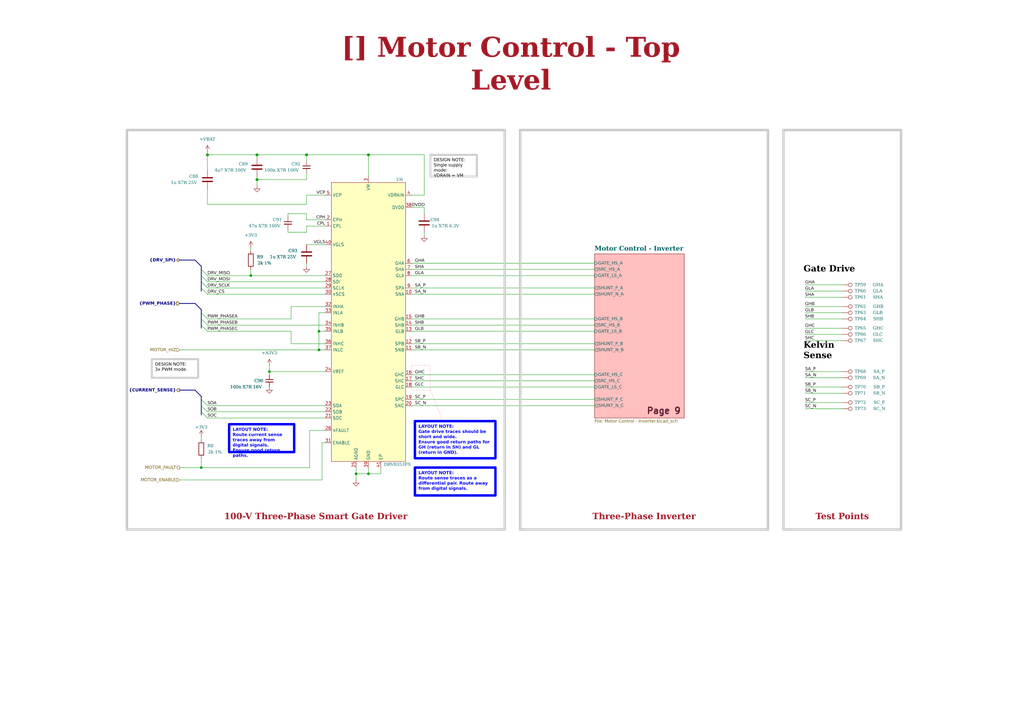
<source format=kicad_sch>
(kicad_sch
	(version 20231120)
	(generator "eeschema")
	(generator_version "8.0")
	(uuid "ea8c4f5e-7a49-4faf-a994-dbc85ed86b0a")
	(paper "A3")
	(title_block
		(title "Motor Control - Top Level")
		(date "2023-12-20")
		(rev "${REVISION}")
		(company "${COMPANY}")
	)
	(lib_symbols
		(symbol "0_motor_driver:DRV8353FS"
			(exclude_from_sim no)
			(in_bom yes)
			(on_board yes)
			(property "Reference" "U"
				(at -13.97 86.36 0)
				(effects
					(font
						(size 1.27 1.27)
					)
				)
			)
			(property "Value" "DRV8353FS"
				(at 7.62 0 0)
				(effects
					(font
						(size 1.27 1.27)
					)
				)
			)
			(property "Footprint" "0_package_DFN_QFN:WQFN-40-1EP_6x6mm_P0.5mm_EP4.15x4.15mm_ThermalVias"
				(at -101.6 85.09 0)
				(effects
					(font
						(size 1.27 1.27)
					)
					(hide yes)
				)
			)
			(property "Datasheet" "https://www.ti.com/lit/ds/symlink/drv8353f.pdf"
				(at 0 -17.78 0)
				(effects
					(font
						(size 1.27 1.27)
					)
					(hide yes)
				)
			)
			(property "Description" "100-V Three-Phase Smart Gate Driver"
				(at 0 0 0)
				(effects
					(font
						(size 1.27 1.27)
					)
					(hide yes)
				)
			)
			(property "ki_keywords" "Gate Driver, Motor, BLDC"
				(at 0 0 0)
				(effects
					(font
						(size 1.27 1.27)
					)
					(hide yes)
				)
			)
			(symbol "DRV8353FS_1_1"
				(rectangle
					(start -15.24 95.25)
					(end 15.24 -19.05)
					(stroke
						(width 0)
						(type default)
					)
					(fill
						(type background)
					)
				)
				(pin passive line
					(at -17.78 77.47 0)
					(length 2.54)
					(name "CPL"
						(effects
							(font
								(size 1.27 1.27)
							)
						)
					)
					(number "1"
						(effects
							(font
								(size 1.27 1.27)
							)
						)
					)
				)
				(pin input line
					(at 17.78 49.53 180)
					(length 2.54)
					(name "SNA"
						(effects
							(font
								(size 1.27 1.27)
							)
						)
					)
					(number "10"
						(effects
							(font
								(size 1.27 1.27)
							)
						)
					)
				)
				(pin input line
					(at 17.78 26.67 180)
					(length 2.54)
					(name "SNB"
						(effects
							(font
								(size 1.27 1.27)
							)
						)
					)
					(number "11"
						(effects
							(font
								(size 1.27 1.27)
							)
						)
					)
				)
				(pin input line
					(at 17.78 29.21 180)
					(length 2.54)
					(name "SPB"
						(effects
							(font
								(size 1.27 1.27)
							)
						)
					)
					(number "12"
						(effects
							(font
								(size 1.27 1.27)
							)
						)
					)
				)
				(pin output line
					(at 17.78 34.29 180)
					(length 2.54)
					(name "GLB"
						(effects
							(font
								(size 1.27 1.27)
							)
						)
					)
					(number "13"
						(effects
							(font
								(size 1.27 1.27)
							)
						)
					)
				)
				(pin input line
					(at 17.78 36.83 180)
					(length 2.54)
					(name "SHB"
						(effects
							(font
								(size 1.27 1.27)
							)
						)
					)
					(number "14"
						(effects
							(font
								(size 1.27 1.27)
							)
						)
					)
				)
				(pin output line
					(at 17.78 39.37 180)
					(length 2.54)
					(name "GHB"
						(effects
							(font
								(size 1.27 1.27)
							)
						)
					)
					(number "15"
						(effects
							(font
								(size 1.27 1.27)
							)
						)
					)
				)
				(pin output line
					(at 17.78 16.51 180)
					(length 2.54)
					(name "GHC"
						(effects
							(font
								(size 1.27 1.27)
							)
						)
					)
					(number "16"
						(effects
							(font
								(size 1.27 1.27)
							)
						)
					)
				)
				(pin input line
					(at 17.78 13.97 180)
					(length 2.54)
					(name "SHC"
						(effects
							(font
								(size 1.27 1.27)
							)
						)
					)
					(number "17"
						(effects
							(font
								(size 1.27 1.27)
							)
						)
					)
				)
				(pin output line
					(at 17.78 11.43 180)
					(length 2.54)
					(name "GLC"
						(effects
							(font
								(size 1.27 1.27)
							)
						)
					)
					(number "18"
						(effects
							(font
								(size 1.27 1.27)
							)
						)
					)
				)
				(pin input line
					(at 17.78 6.35 180)
					(length 2.54)
					(name "SPC"
						(effects
							(font
								(size 1.27 1.27)
							)
						)
					)
					(number "19"
						(effects
							(font
								(size 1.27 1.27)
							)
						)
					)
				)
				(pin passive line
					(at -17.78 80.01 0)
					(length 2.54)
					(name "CPH"
						(effects
							(font
								(size 1.27 1.27)
							)
						)
					)
					(number "2"
						(effects
							(font
								(size 1.27 1.27)
							)
						)
					)
				)
				(pin input line
					(at 17.78 3.81 180)
					(length 2.54)
					(name "SNC"
						(effects
							(font
								(size 1.27 1.27)
							)
						)
					)
					(number "20"
						(effects
							(font
								(size 1.27 1.27)
							)
						)
					)
				)
				(pin output line
					(at -17.78 -1.27 0)
					(length 2.54)
					(name "SOC"
						(effects
							(font
								(size 1.27 1.27)
							)
						)
					)
					(number "21"
						(effects
							(font
								(size 1.27 1.27)
							)
						)
					)
				)
				(pin output line
					(at -17.78 1.27 0)
					(length 2.54)
					(name "SOB"
						(effects
							(font
								(size 1.27 1.27)
							)
						)
					)
					(number "22"
						(effects
							(font
								(size 1.27 1.27)
							)
						)
					)
				)
				(pin output line
					(at -17.78 3.81 0)
					(length 2.54)
					(name "SOA"
						(effects
							(font
								(size 1.27 1.27)
							)
						)
					)
					(number "23"
						(effects
							(font
								(size 1.27 1.27)
							)
						)
					)
				)
				(pin power_in line
					(at -17.78 17.78 0)
					(length 2.54)
					(name "VREF"
						(effects
							(font
								(size 1.27 1.27)
							)
						)
					)
					(number "24"
						(effects
							(font
								(size 1.27 1.27)
							)
						)
					)
				)
				(pin power_in line
					(at -5.08 -21.59 90)
					(length 2.54)
					(name "AGND"
						(effects
							(font
								(size 1.27 1.27)
							)
						)
					)
					(number "25"
						(effects
							(font
								(size 1.27 1.27)
							)
						)
					)
				)
				(pin open_collector line
					(at -17.78 -6.35 0)
					(length 2.54)
					(name "nFAULT"
						(effects
							(font
								(size 1.27 1.27)
							)
						)
					)
					(number "26"
						(effects
							(font
								(size 1.27 1.27)
							)
						)
					)
				)
				(pin open_collector line
					(at -17.78 57.15 0)
					(length 2.54)
					(name "SDO"
						(effects
							(font
								(size 1.27 1.27)
							)
						)
					)
					(number "27"
						(effects
							(font
								(size 1.27 1.27)
							)
						)
					)
				)
				(pin input line
					(at -17.78 54.61 0)
					(length 2.54)
					(name "SDI"
						(effects
							(font
								(size 1.27 1.27)
							)
						)
					)
					(number "28"
						(effects
							(font
								(size 1.27 1.27)
							)
						)
					)
				)
				(pin input line
					(at -17.78 52.07 0)
					(length 2.54)
					(name "SCLK"
						(effects
							(font
								(size 1.27 1.27)
							)
						)
					)
					(number "29"
						(effects
							(font
								(size 1.27 1.27)
							)
						)
					)
				)
				(pin power_in line
					(at 0 97.79 270)
					(length 2.54)
					(name "VM"
						(effects
							(font
								(size 1.27 1.27)
							)
						)
					)
					(number "3"
						(effects
							(font
								(size 1.27 1.27)
							)
						)
					)
				)
				(pin input line
					(at -17.78 49.53 0)
					(length 2.54)
					(name "nSCS"
						(effects
							(font
								(size 1.27 1.27)
							)
						)
					)
					(number "30"
						(effects
							(font
								(size 1.27 1.27)
							)
						)
					)
				)
				(pin input line
					(at -17.78 -11.43 0)
					(length 2.54)
					(name "ENABLE"
						(effects
							(font
								(size 1.27 1.27)
							)
						)
					)
					(number "31"
						(effects
							(font
								(size 1.27 1.27)
							)
						)
					)
				)
				(pin input line
					(at -17.78 44.45 0)
					(length 2.54)
					(name "INHA"
						(effects
							(font
								(size 1.27 1.27)
							)
						)
					)
					(number "32"
						(effects
							(font
								(size 1.27 1.27)
							)
						)
					)
				)
				(pin input line
					(at -17.78 41.91 0)
					(length 2.54)
					(name "INLA"
						(effects
							(font
								(size 1.27 1.27)
							)
						)
					)
					(number "33"
						(effects
							(font
								(size 1.27 1.27)
							)
						)
					)
				)
				(pin input line
					(at -17.78 36.83 0)
					(length 2.54)
					(name "INHB"
						(effects
							(font
								(size 1.27 1.27)
							)
						)
					)
					(number "34"
						(effects
							(font
								(size 1.27 1.27)
							)
						)
					)
				)
				(pin input line
					(at -17.78 34.29 0)
					(length 2.54)
					(name "INLB"
						(effects
							(font
								(size 1.27 1.27)
							)
						)
					)
					(number "35"
						(effects
							(font
								(size 1.27 1.27)
							)
						)
					)
				)
				(pin input line
					(at -17.78 29.21 0)
					(length 2.54)
					(name "INHC"
						(effects
							(font
								(size 1.27 1.27)
							)
						)
					)
					(number "36"
						(effects
							(font
								(size 1.27 1.27)
							)
						)
					)
				)
				(pin input line
					(at -17.78 26.67 0)
					(length 2.54)
					(name "INLC"
						(effects
							(font
								(size 1.27 1.27)
							)
						)
					)
					(number "37"
						(effects
							(font
								(size 1.27 1.27)
							)
						)
					)
				)
				(pin power_out line
					(at 17.78 85.09 180)
					(length 2.54)
					(name "DVDD"
						(effects
							(font
								(size 1.27 1.27)
							)
						)
					)
					(number "38"
						(effects
							(font
								(size 1.27 1.27)
							)
						)
					)
				)
				(pin power_in line
					(at 0 -21.59 90)
					(length 2.54)
					(name "GND"
						(effects
							(font
								(size 1.27 1.27)
							)
						)
					)
					(number "39"
						(effects
							(font
								(size 1.27 1.27)
							)
						)
					)
				)
				(pin input line
					(at 17.78 90.17 180)
					(length 2.54)
					(name "VDRAIN"
						(effects
							(font
								(size 1.27 1.27)
							)
						)
					)
					(number "4"
						(effects
							(font
								(size 1.27 1.27)
							)
						)
					)
				)
				(pin passive line
					(at -17.78 69.85 0)
					(length 2.54)
					(name "VGLS"
						(effects
							(font
								(size 1.27 1.27)
							)
						)
					)
					(number "40"
						(effects
							(font
								(size 1.27 1.27)
							)
						)
					)
				)
				(pin passive line
					(at 5.08 -21.59 90)
					(length 2.54)
					(name "EP"
						(effects
							(font
								(size 1.27 1.27)
							)
						)
					)
					(number "41"
						(effects
							(font
								(size 1.27 1.27)
							)
						)
					)
				)
				(pin passive line
					(at -17.78 90.17 0)
					(length 2.54)
					(name "VCP"
						(effects
							(font
								(size 1.27 1.27)
							)
						)
					)
					(number "5"
						(effects
							(font
								(size 1.27 1.27)
							)
						)
					)
				)
				(pin output line
					(at 17.78 62.23 180)
					(length 2.54)
					(name "GHA"
						(effects
							(font
								(size 1.27 1.27)
							)
						)
					)
					(number "6"
						(effects
							(font
								(size 1.27 1.27)
							)
						)
					)
				)
				(pin input line
					(at 17.78 59.69 180)
					(length 2.54)
					(name "SHA"
						(effects
							(font
								(size 1.27 1.27)
							)
						)
					)
					(number "7"
						(effects
							(font
								(size 1.27 1.27)
							)
						)
					)
				)
				(pin output line
					(at 17.78 57.15 180)
					(length 2.54)
					(name "GLA"
						(effects
							(font
								(size 1.27 1.27)
							)
						)
					)
					(number "8"
						(effects
							(font
								(size 1.27 1.27)
							)
						)
					)
				)
				(pin input line
					(at 17.78 52.07 180)
					(length 2.54)
					(name "SPA"
						(effects
							(font
								(size 1.27 1.27)
							)
						)
					)
					(number "9"
						(effects
							(font
								(size 1.27 1.27)
							)
						)
					)
				)
			)
		)
		(symbol "0_power_symbols:+A3V3"
			(power)
			(pin_names
				(offset 0)
			)
			(exclude_from_sim no)
			(in_bom yes)
			(on_board yes)
			(property "Reference" "#PWR"
				(at 0 -3.81 0)
				(effects
					(font
						(size 1.27 1.27)
					)
					(hide yes)
				)
			)
			(property "Value" "+A3V3"
				(at 0 3.556 0)
				(effects
					(font
						(size 1.27 1.27)
					)
				)
			)
			(property "Footprint" ""
				(at 0 0 0)
				(effects
					(font
						(size 1.27 1.27)
					)
					(hide yes)
				)
			)
			(property "Datasheet" ""
				(at 0 0 0)
				(effects
					(font
						(size 1.27 1.27)
					)
					(hide yes)
				)
			)
			(property "Description" "Power symbol creates a global label with name \"+A3V3\""
				(at 0 0 0)
				(effects
					(font
						(size 1.27 1.27)
					)
					(hide yes)
				)
			)
			(property "ki_keywords" "global power"
				(at 0 0 0)
				(effects
					(font
						(size 1.27 1.27)
					)
					(hide yes)
				)
			)
			(symbol "+A3V3_0_1"
				(polyline
					(pts
						(xy -0.762 1.27) (xy 0 2.54)
					)
					(stroke
						(width 0)
						(type default)
					)
					(fill
						(type none)
					)
				)
				(polyline
					(pts
						(xy 0 0) (xy 0 2.54)
					)
					(stroke
						(width 0)
						(type default)
					)
					(fill
						(type none)
					)
				)
				(polyline
					(pts
						(xy 0 2.54) (xy 0.762 1.27)
					)
					(stroke
						(width 0)
						(type default)
					)
					(fill
						(type none)
					)
				)
			)
			(symbol "+A3V3_1_1"
				(pin power_in line
					(at 0 0 90)
					(length 0) hide
					(name "+A3V3"
						(effects
							(font
								(size 1.27 1.27)
							)
						)
					)
					(number "1"
						(effects
							(font
								(size 1.27 1.27)
							)
						)
					)
				)
			)
		)
		(symbol "0_power_symbols:+VBAT"
			(power)
			(pin_names
				(offset 0)
			)
			(exclude_from_sim no)
			(in_bom yes)
			(on_board yes)
			(property "Reference" "#PWR"
				(at 0 -3.81 0)
				(effects
					(font
						(size 1.27 1.27)
					)
					(hide yes)
				)
			)
			(property "Value" "+VBAT"
				(at 0 3.556 0)
				(effects
					(font
						(size 1.27 1.27)
					)
				)
			)
			(property "Footprint" ""
				(at 0 0 0)
				(effects
					(font
						(size 1.27 1.27)
					)
					(hide yes)
				)
			)
			(property "Datasheet" ""
				(at 0 0 0)
				(effects
					(font
						(size 1.27 1.27)
					)
					(hide yes)
				)
			)
			(property "Description" "Power symbol creates a global label with name \"+VBAT\""
				(at 0 0 0)
				(effects
					(font
						(size 1.27 1.27)
					)
					(hide yes)
				)
			)
			(property "ki_keywords" "global power"
				(at 0 0 0)
				(effects
					(font
						(size 1.27 1.27)
					)
					(hide yes)
				)
			)
			(symbol "+VBAT_0_1"
				(polyline
					(pts
						(xy -0.762 1.27) (xy 0 2.54)
					)
					(stroke
						(width 0)
						(type default)
					)
					(fill
						(type none)
					)
				)
				(polyline
					(pts
						(xy 0 0) (xy 0 2.54)
					)
					(stroke
						(width 0)
						(type default)
					)
					(fill
						(type none)
					)
				)
				(polyline
					(pts
						(xy 0 2.54) (xy 0.762 1.27)
					)
					(stroke
						(width 0)
						(type default)
					)
					(fill
						(type none)
					)
				)
			)
			(symbol "+VBAT_1_1"
				(pin power_in line
					(at 0 0 90)
					(length 0) hide
					(name "+VBAT"
						(effects
							(font
								(size 1.27 1.27)
							)
						)
					)
					(number "1"
						(effects
							(font
								(size 1.27 1.27)
							)
						)
					)
				)
			)
		)
		(symbol "Connector:TestPoint"
			(pin_numbers hide)
			(pin_names
				(offset 0.762) hide)
			(exclude_from_sim no)
			(in_bom yes)
			(on_board yes)
			(property "Reference" "TP"
				(at 0 6.858 0)
				(effects
					(font
						(size 1.27 1.27)
					)
				)
			)
			(property "Value" "TestPoint"
				(at 0 5.08 0)
				(effects
					(font
						(size 1.27 1.27)
					)
				)
			)
			(property "Footprint" ""
				(at 5.08 0 0)
				(effects
					(font
						(size 1.27 1.27)
					)
					(hide yes)
				)
			)
			(property "Datasheet" "~"
				(at 5.08 0 0)
				(effects
					(font
						(size 1.27 1.27)
					)
					(hide yes)
				)
			)
			(property "Description" "test point"
				(at 0 0 0)
				(effects
					(font
						(size 1.27 1.27)
					)
					(hide yes)
				)
			)
			(property "ki_keywords" "test point tp"
				(at 0 0 0)
				(effects
					(font
						(size 1.27 1.27)
					)
					(hide yes)
				)
			)
			(property "ki_fp_filters" "Pin* Test*"
				(at 0 0 0)
				(effects
					(font
						(size 1.27 1.27)
					)
					(hide yes)
				)
			)
			(symbol "TestPoint_0_1"
				(circle
					(center 0 3.302)
					(radius 0.762)
					(stroke
						(width 0)
						(type default)
					)
					(fill
						(type none)
					)
				)
			)
			(symbol "TestPoint_1_1"
				(pin passive line
					(at 0 0 90)
					(length 2.54)
					(name "1"
						(effects
							(font
								(size 1.27 1.27)
							)
						)
					)
					(number "1"
						(effects
							(font
								(size 1.27 1.27)
							)
						)
					)
				)
			)
		)
		(symbol "Device:C"
			(pin_numbers hide)
			(pin_names
				(offset 0.254)
			)
			(exclude_from_sim no)
			(in_bom yes)
			(on_board yes)
			(property "Reference" "C"
				(at 0.635 2.54 0)
				(effects
					(font
						(size 1.27 1.27)
					)
					(justify left)
				)
			)
			(property "Value" "C"
				(at 0.635 -2.54 0)
				(effects
					(font
						(size 1.27 1.27)
					)
					(justify left)
				)
			)
			(property "Footprint" ""
				(at 0.9652 -3.81 0)
				(effects
					(font
						(size 1.27 1.27)
					)
					(hide yes)
				)
			)
			(property "Datasheet" "~"
				(at 0 0 0)
				(effects
					(font
						(size 1.27 1.27)
					)
					(hide yes)
				)
			)
			(property "Description" "Unpolarized capacitor"
				(at 0 0 0)
				(effects
					(font
						(size 1.27 1.27)
					)
					(hide yes)
				)
			)
			(property "ki_keywords" "cap capacitor"
				(at 0 0 0)
				(effects
					(font
						(size 1.27 1.27)
					)
					(hide yes)
				)
			)
			(property "ki_fp_filters" "C_*"
				(at 0 0 0)
				(effects
					(font
						(size 1.27 1.27)
					)
					(hide yes)
				)
			)
			(symbol "C_0_1"
				(polyline
					(pts
						(xy -2.032 -0.762) (xy 2.032 -0.762)
					)
					(stroke
						(width 0.508)
						(type default)
					)
					(fill
						(type none)
					)
				)
				(polyline
					(pts
						(xy -2.032 0.762) (xy 2.032 0.762)
					)
					(stroke
						(width 0.508)
						(type default)
					)
					(fill
						(type none)
					)
				)
			)
			(symbol "C_1_1"
				(pin passive line
					(at 0 3.81 270)
					(length 2.794)
					(name "~"
						(effects
							(font
								(size 1.27 1.27)
							)
						)
					)
					(number "1"
						(effects
							(font
								(size 1.27 1.27)
							)
						)
					)
				)
				(pin passive line
					(at 0 -3.81 90)
					(length 2.794)
					(name "~"
						(effects
							(font
								(size 1.27 1.27)
							)
						)
					)
					(number "2"
						(effects
							(font
								(size 1.27 1.27)
							)
						)
					)
				)
			)
		)
		(symbol "Device:C_Small"
			(pin_numbers hide)
			(pin_names
				(offset 0.254) hide)
			(exclude_from_sim no)
			(in_bom yes)
			(on_board yes)
			(property "Reference" "C"
				(at 0.254 1.778 0)
				(effects
					(font
						(size 1.27 1.27)
					)
					(justify left)
				)
			)
			(property "Value" "C_Small"
				(at 0.254 -2.032 0)
				(effects
					(font
						(size 1.27 1.27)
					)
					(justify left)
				)
			)
			(property "Footprint" ""
				(at 0 0 0)
				(effects
					(font
						(size 1.27 1.27)
					)
					(hide yes)
				)
			)
			(property "Datasheet" "~"
				(at 0 0 0)
				(effects
					(font
						(size 1.27 1.27)
					)
					(hide yes)
				)
			)
			(property "Description" "Unpolarized capacitor, small symbol"
				(at 0 0 0)
				(effects
					(font
						(size 1.27 1.27)
					)
					(hide yes)
				)
			)
			(property "ki_keywords" "capacitor cap"
				(at 0 0 0)
				(effects
					(font
						(size 1.27 1.27)
					)
					(hide yes)
				)
			)
			(property "ki_fp_filters" "C_*"
				(at 0 0 0)
				(effects
					(font
						(size 1.27 1.27)
					)
					(hide yes)
				)
			)
			(symbol "C_Small_0_1"
				(polyline
					(pts
						(xy -1.524 -0.508) (xy 1.524 -0.508)
					)
					(stroke
						(width 0.3302)
						(type default)
					)
					(fill
						(type none)
					)
				)
				(polyline
					(pts
						(xy -1.524 0.508) (xy 1.524 0.508)
					)
					(stroke
						(width 0.3048)
						(type default)
					)
					(fill
						(type none)
					)
				)
			)
			(symbol "C_Small_1_1"
				(pin passive line
					(at 0 2.54 270)
					(length 2.032)
					(name "~"
						(effects
							(font
								(size 1.27 1.27)
							)
						)
					)
					(number "1"
						(effects
							(font
								(size 1.27 1.27)
							)
						)
					)
				)
				(pin passive line
					(at 0 -2.54 90)
					(length 2.032)
					(name "~"
						(effects
							(font
								(size 1.27 1.27)
							)
						)
					)
					(number "2"
						(effects
							(font
								(size 1.27 1.27)
							)
						)
					)
				)
			)
		)
		(symbol "Device:R"
			(pin_numbers hide)
			(pin_names
				(offset 0)
			)
			(exclude_from_sim no)
			(in_bom yes)
			(on_board yes)
			(property "Reference" "R"
				(at 2.032 0 90)
				(effects
					(font
						(size 1.27 1.27)
					)
				)
			)
			(property "Value" "R"
				(at 0 0 90)
				(effects
					(font
						(size 1.27 1.27)
					)
				)
			)
			(property "Footprint" ""
				(at -1.778 0 90)
				(effects
					(font
						(size 1.27 1.27)
					)
					(hide yes)
				)
			)
			(property "Datasheet" "~"
				(at 0 0 0)
				(effects
					(font
						(size 1.27 1.27)
					)
					(hide yes)
				)
			)
			(property "Description" "Resistor"
				(at 0 0 0)
				(effects
					(font
						(size 1.27 1.27)
					)
					(hide yes)
				)
			)
			(property "ki_keywords" "R res resistor"
				(at 0 0 0)
				(effects
					(font
						(size 1.27 1.27)
					)
					(hide yes)
				)
			)
			(property "ki_fp_filters" "R_*"
				(at 0 0 0)
				(effects
					(font
						(size 1.27 1.27)
					)
					(hide yes)
				)
			)
			(symbol "R_0_1"
				(rectangle
					(start -1.016 -2.54)
					(end 1.016 2.54)
					(stroke
						(width 0.254)
						(type default)
					)
					(fill
						(type none)
					)
				)
			)
			(symbol "R_1_1"
				(pin passive line
					(at 0 3.81 270)
					(length 1.27)
					(name "~"
						(effects
							(font
								(size 1.27 1.27)
							)
						)
					)
					(number "1"
						(effects
							(font
								(size 1.27 1.27)
							)
						)
					)
				)
				(pin passive line
					(at 0 -3.81 90)
					(length 1.27)
					(name "~"
						(effects
							(font
								(size 1.27 1.27)
							)
						)
					)
					(number "2"
						(effects
							(font
								(size 1.27 1.27)
							)
						)
					)
				)
			)
		)
		(symbol "power:+3V3"
			(power)
			(pin_names
				(offset 0)
			)
			(exclude_from_sim no)
			(in_bom yes)
			(on_board yes)
			(property "Reference" "#PWR"
				(at 0 -3.81 0)
				(effects
					(font
						(size 1.27 1.27)
					)
					(hide yes)
				)
			)
			(property "Value" "+3V3"
				(at 0 3.556 0)
				(effects
					(font
						(size 1.27 1.27)
					)
				)
			)
			(property "Footprint" ""
				(at 0 0 0)
				(effects
					(font
						(size 1.27 1.27)
					)
					(hide yes)
				)
			)
			(property "Datasheet" ""
				(at 0 0 0)
				(effects
					(font
						(size 1.27 1.27)
					)
					(hide yes)
				)
			)
			(property "Description" "Power symbol creates a global label with name \"+3V3\""
				(at 0 0 0)
				(effects
					(font
						(size 1.27 1.27)
					)
					(hide yes)
				)
			)
			(property "ki_keywords" "global power"
				(at 0 0 0)
				(effects
					(font
						(size 1.27 1.27)
					)
					(hide yes)
				)
			)
			(symbol "+3V3_0_1"
				(polyline
					(pts
						(xy -0.762 1.27) (xy 0 2.54)
					)
					(stroke
						(width 0)
						(type default)
					)
					(fill
						(type none)
					)
				)
				(polyline
					(pts
						(xy 0 0) (xy 0 2.54)
					)
					(stroke
						(width 0)
						(type default)
					)
					(fill
						(type none)
					)
				)
				(polyline
					(pts
						(xy 0 2.54) (xy 0.762 1.27)
					)
					(stroke
						(width 0)
						(type default)
					)
					(fill
						(type none)
					)
				)
			)
			(symbol "+3V3_1_1"
				(pin power_in line
					(at 0 0 90)
					(length 0) hide
					(name "+3V3"
						(effects
							(font
								(size 1.27 1.27)
							)
						)
					)
					(number "1"
						(effects
							(font
								(size 1.27 1.27)
							)
						)
					)
				)
			)
		)
		(symbol "power:GND"
			(power)
			(pin_names
				(offset 0)
			)
			(exclude_from_sim no)
			(in_bom yes)
			(on_board yes)
			(property "Reference" "#PWR"
				(at 0 -6.35 0)
				(effects
					(font
						(size 1.27 1.27)
					)
					(hide yes)
				)
			)
			(property "Value" "GND"
				(at 0 -3.81 0)
				(effects
					(font
						(size 1.27 1.27)
					)
				)
			)
			(property "Footprint" ""
				(at 0 0 0)
				(effects
					(font
						(size 1.27 1.27)
					)
					(hide yes)
				)
			)
			(property "Datasheet" ""
				(at 0 0 0)
				(effects
					(font
						(size 1.27 1.27)
					)
					(hide yes)
				)
			)
			(property "Description" "Power symbol creates a global label with name \"GND\" , ground"
				(at 0 0 0)
				(effects
					(font
						(size 1.27 1.27)
					)
					(hide yes)
				)
			)
			(property "ki_keywords" "global power"
				(at 0 0 0)
				(effects
					(font
						(size 1.27 1.27)
					)
					(hide yes)
				)
			)
			(symbol "GND_0_1"
				(polyline
					(pts
						(xy 0 0) (xy 0 -1.27) (xy 1.27 -1.27) (xy 0 -2.54) (xy -1.27 -1.27) (xy 0 -1.27)
					)
					(stroke
						(width 0)
						(type default)
					)
					(fill
						(type none)
					)
				)
			)
			(symbol "GND_1_1"
				(pin power_in line
					(at 0 0 270)
					(length 0) hide
					(name "GND"
						(effects
							(font
								(size 1.27 1.27)
							)
						)
					)
					(number "1"
						(effects
							(font
								(size 1.27 1.27)
							)
						)
					)
				)
			)
		)
	)
	(junction
		(at 105.41 73.66)
		(diameter 1.016)
		(color 0 0 0 0)
		(uuid "024a7a3f-d141-4139-8f81-954fbc0f56ba")
	)
	(junction
		(at 125.73 63.5)
		(diameter 1.016)
		(color 0 0 0 0)
		(uuid "0549a5e4-075f-4337-8b06-09af2eada27f")
	)
	(junction
		(at 105.41 63.5)
		(diameter 1.016)
		(color 0 0 0 0)
		(uuid "05dbbf30-b896-4eba-a5b8-03bea45940ef")
	)
	(junction
		(at 151.13 194.31)
		(diameter 0)
		(color 0 0 0 0)
		(uuid "2589bf37-143a-4553-9928-11ab3a891f27")
	)
	(junction
		(at 85.09 63.5)
		(diameter 1.016)
		(color 0 0 0 0)
		(uuid "8b4b8138-baf5-4682-bcca-b131e5e32eb9")
	)
	(junction
		(at 151.13 63.5)
		(diameter 1.016)
		(color 0 0 0 0)
		(uuid "90fa9e50-312b-4a51-8aee-92bed2b72dc2")
	)
	(junction
		(at 102.87 113.03)
		(diameter 0)
		(color 0 0 0 0)
		(uuid "95cb2809-a66b-44d3-8bb8-5bcf0e1816de")
	)
	(junction
		(at 146.05 194.31)
		(diameter 0)
		(color 0 0 0 0)
		(uuid "97bd9ea0-ee8d-41ce-95aa-99387b476f64")
	)
	(junction
		(at 110.49 152.4)
		(diameter 0)
		(color 0 0 0 0)
		(uuid "9a9866b6-d006-4dc6-a9f0-63ee560bf5df")
	)
	(junction
		(at 130.81 135.89)
		(diameter 0)
		(color 0 0 0 0)
		(uuid "b458c94a-bd30-4d60-868d-f88dfb39ee07")
	)
	(junction
		(at 82.55 191.77)
		(diameter 0)
		(color 0 0 0 0)
		(uuid "d5dcb4af-1cc4-4d66-bde9-bca16b09a71d")
	)
	(junction
		(at 130.81 143.51)
		(diameter 0)
		(color 0 0 0 0)
		(uuid "fb85ec69-dc46-40aa-a372-4d378f3c4476")
	)
	(bus_entry
		(at 85.09 118.11)
		(size -2.54 -2.54)
		(stroke
			(width 0)
			(type default)
		)
		(uuid "1640771c-de19-4b83-b05a-fe6c90522709")
	)
	(bus_entry
		(at 85.09 171.45)
		(size -2.54 -2.54)
		(stroke
			(width 0)
			(type default)
		)
		(uuid "1f2fc56a-8289-4925-a246-a1196c0bf853")
	)
	(bus_entry
		(at 85.09 135.89)
		(size -2.54 -2.54)
		(stroke
			(width 0)
			(type default)
		)
		(uuid "21ab66db-268d-4650-9979-a8e3af9a0d9a")
	)
	(bus_entry
		(at 85.09 166.37)
		(size -2.54 -2.54)
		(stroke
			(width 0)
			(type default)
		)
		(uuid "267ce704-bed8-46d6-9af1-ec91e1b0ca3b")
	)
	(bus_entry
		(at 85.09 120.65)
		(size -2.54 -2.54)
		(stroke
			(width 0)
			(type default)
		)
		(uuid "29d4a7e1-9968-4ad6-9f5e-4b06a79fe4a3")
	)
	(bus_entry
		(at 85.09 168.91)
		(size -2.54 -2.54)
		(stroke
			(width 0)
			(type default)
		)
		(uuid "5448e40c-8c87-4e7e-85a2-6deca8efb9f8")
	)
	(bus_entry
		(at 85.09 115.57)
		(size -2.54 -2.54)
		(stroke
			(width 0)
			(type default)
		)
		(uuid "8496698f-2bce-4468-a3a3-ad5d30b6c92a")
	)
	(bus_entry
		(at 85.09 113.03)
		(size -2.54 -2.54)
		(stroke
			(width 0)
			(type default)
		)
		(uuid "97193ace-f68e-425c-b52e-7c00a5393d59")
	)
	(bus_entry
		(at 85.09 133.35)
		(size -2.54 -2.54)
		(stroke
			(width 0)
			(type default)
		)
		(uuid "a10cf7a5-d442-4393-a658-512df7cf4f09")
	)
	(bus_entry
		(at 85.09 130.81)
		(size -2.54 -2.54)
		(stroke
			(width 0)
			(type default)
		)
		(uuid "efd3695b-e3bf-49a7-bbe8-3a3cf17efabe")
	)
	(wire
		(pts
			(xy 168.91 140.97) (xy 243.84 140.97)
		)
		(stroke
			(width 0)
			(type default)
		)
		(uuid "00a3de26-0c48-4216-a026-4918d1c609d0")
	)
	(wire
		(pts
			(xy 118.11 87.63) (xy 125.73 87.63)
		)
		(stroke
			(width 0)
			(type default)
		)
		(uuid "01ba5a69-f05d-4656-a848-daf13b0b38fd")
	)
	(bus
		(pts
			(xy 82.55 113.03) (xy 82.55 115.57)
		)
		(stroke
			(width 0)
			(type default)
		)
		(uuid "02cff1fc-15e3-4fa8-9eca-d0a4971b6f38")
	)
	(wire
		(pts
			(xy 151.13 63.5) (xy 173.99 63.5)
		)
		(stroke
			(width 0)
			(type default)
		)
		(uuid "09b69c00-d053-466e-bf5f-9836338c30b7")
	)
	(wire
		(pts
			(xy 132.08 181.61) (xy 133.35 181.61)
		)
		(stroke
			(width 0)
			(type default)
		)
		(uuid "0ab0e5b3-db92-4c4a-8765-22233ac01580")
	)
	(wire
		(pts
			(xy 85.09 166.37) (xy 133.35 166.37)
		)
		(stroke
			(width 0)
			(type default)
		)
		(uuid "0b11ca0b-f477-4543-880e-445ecf505a63")
	)
	(wire
		(pts
			(xy 102.87 110.49) (xy 102.87 113.03)
		)
		(stroke
			(width 0)
			(type default)
		)
		(uuid "0f208079-f735-470e-b817-9850ef43eadc")
	)
	(wire
		(pts
			(xy 85.09 133.35) (xy 133.35 133.35)
		)
		(stroke
			(width 0)
			(type default)
		)
		(uuid "113253a0-7f37-435e-9090-a295e29ba710")
	)
	(wire
		(pts
			(xy 118.11 95.25) (xy 125.73 95.25)
		)
		(stroke
			(width 0)
			(type default)
		)
		(uuid "1225ac9b-06a5-481e-bd47-dc2aaa17487e")
	)
	(bus
		(pts
			(xy 80.01 106.68) (xy 73.66 106.68)
		)
		(stroke
			(width 0)
			(type default)
		)
		(uuid "184a0fb2-951f-4cb6-85b1-8400d1e13a70")
	)
	(wire
		(pts
			(xy 173.99 85.09) (xy 168.91 85.09)
		)
		(stroke
			(width 0)
			(type default)
		)
		(uuid "18af79ed-fd76-4acb-a3b5-9a156add7dc6")
	)
	(wire
		(pts
			(xy 85.09 135.89) (xy 119.38 135.89)
		)
		(stroke
			(width 0)
			(type default)
		)
		(uuid "1a52923f-db9f-4df9-bad9-9dec95cbc607")
	)
	(wire
		(pts
			(xy 146.05 196.85) (xy 146.05 194.31)
		)
		(stroke
			(width 0)
			(type default)
		)
		(uuid "1d0bf403-357d-430b-a355-4ed42dbadfb8")
	)
	(wire
		(pts
			(xy 146.05 194.31) (xy 151.13 194.31)
		)
		(stroke
			(width 0)
			(type default)
		)
		(uuid "1d9ecd39-5d82-45f2-84e0-6f8a78dc46ce")
	)
	(bus
		(pts
			(xy 82.55 162.56) (xy 80.01 160.02)
		)
		(stroke
			(width 0)
			(type default)
		)
		(uuid "1efd5660-c196-4b13-a517-7eb9e9cb4b62")
	)
	(bus
		(pts
			(xy 82.55 133.35) (xy 82.55 134.62)
		)
		(stroke
			(width 0)
			(type default)
		)
		(uuid "20b1c775-a84e-4958-ab12-7dcf1742bc80")
	)
	(wire
		(pts
			(xy 125.73 100.33) (xy 133.35 100.33)
		)
		(stroke
			(width 0)
			(type default)
		)
		(uuid "218a5bdc-0cb6-4c3e-9214-4ebd2140ce27")
	)
	(wire
		(pts
			(xy 173.99 95.25) (xy 173.99 96.52)
		)
		(stroke
			(width 0)
			(type default)
		)
		(uuid "22c142f8-ed81-4d31-b532-f8b14739a0d5")
	)
	(wire
		(pts
			(xy 85.09 83.82) (xy 125.73 83.82)
		)
		(stroke
			(width 0)
			(type default)
		)
		(uuid "254662f7-8318-4d67-9e73-68107ee07cdb")
	)
	(wire
		(pts
			(xy 330.2 130.81) (xy 345.44 130.81)
		)
		(stroke
			(width 0)
			(type default)
		)
		(uuid "25c4b00d-1732-4848-b525-a58204e4d625")
	)
	(wire
		(pts
			(xy 151.13 63.5) (xy 151.13 72.39)
		)
		(stroke
			(width 0)
			(type default)
		)
		(uuid "2712eeed-0753-49a4-bcbc-728a750dc95f")
	)
	(wire
		(pts
			(xy 110.49 152.4) (xy 110.49 153.67)
		)
		(stroke
			(width 0)
			(type default)
		)
		(uuid "27cbad25-3f0c-4553-b564-e007f527b353")
	)
	(wire
		(pts
			(xy 330.2 134.62) (xy 345.44 134.62)
		)
		(stroke
			(width 0)
			(type default)
		)
		(uuid "2e82710c-3579-49e2-9da1-017d73a05e45")
	)
	(bus
		(pts
			(xy 82.55 127) (xy 80.01 124.46)
		)
		(stroke
			(width 0)
			(type default)
		)
		(uuid "376ff20b-283f-42df-8c79-07e516c7b639")
	)
	(bus
		(pts
			(xy 82.55 162.56) (xy 82.55 163.83)
		)
		(stroke
			(width 0)
			(type default)
		)
		(uuid "38ce70eb-aff3-4a29-af32-6bf2783d1bf4")
	)
	(wire
		(pts
			(xy 133.35 140.97) (xy 119.38 140.97)
		)
		(stroke
			(width 0)
			(type default)
		)
		(uuid "43cb21fc-7762-48c6-9d35-ba5c3706dbcd")
	)
	(wire
		(pts
			(xy 82.55 191.77) (xy 127 191.77)
		)
		(stroke
			(width 0)
			(type default)
		)
		(uuid "45157fb7-4003-45dd-8ecb-d4e868233382")
	)
	(wire
		(pts
			(xy 330.2 125.73) (xy 345.44 125.73)
		)
		(stroke
			(width 0)
			(type default)
		)
		(uuid "4c35c9b7-9f32-4850-9f53-dae000632e71")
	)
	(bus
		(pts
			(xy 82.55 115.57) (xy 82.55 118.11)
		)
		(stroke
			(width 0)
			(type default)
		)
		(uuid "4dbb6cd8-d2e3-41f4-9143-1445b4f0c1e1")
	)
	(wire
		(pts
			(xy 125.73 95.25) (xy 125.73 92.71)
		)
		(stroke
			(width 0)
			(type default)
		)
		(uuid "5067cafd-1d88-40b4-bd24-1ccfc57b8309")
	)
	(bus
		(pts
			(xy 82.55 128.27) (xy 82.55 130.81)
		)
		(stroke
			(width 0)
			(type default)
		)
		(uuid "523fdce2-baf3-4e65-9995-7b558389333d")
	)
	(wire
		(pts
			(xy 168.91 133.35) (xy 243.84 133.35)
		)
		(stroke
			(width 0)
			(type default)
		)
		(uuid "5262b0b1-f0b4-40fb-9f62-5a85711ece1f")
	)
	(wire
		(pts
			(xy 330.2 116.84) (xy 345.44 116.84)
		)
		(stroke
			(width 0)
			(type default)
		)
		(uuid "5627a574-109e-493c-9369-8c000e49b6e9")
	)
	(bus
		(pts
			(xy 82.55 110.49) (xy 82.55 113.03)
		)
		(stroke
			(width 0)
			(type default)
		)
		(uuid "57878ce6-b4b1-49da-aff6-ded95648cf83")
	)
	(wire
		(pts
			(xy 133.35 128.27) (xy 130.81 128.27)
		)
		(stroke
			(width 0)
			(type default)
		)
		(uuid "5afeef43-875f-4e87-8ebd-6513afe89106")
	)
	(wire
		(pts
			(xy 330.2 119.38) (xy 345.44 119.38)
		)
		(stroke
			(width 0)
			(type default)
		)
		(uuid "5c056748-7077-44cb-ab54-e71f7616e32a")
	)
	(wire
		(pts
			(xy 73.66 191.77) (xy 82.55 191.77)
		)
		(stroke
			(width 0)
			(type default)
		)
		(uuid "60bf50e6-3a95-4f89-9d12-6990f6276efb")
	)
	(wire
		(pts
			(xy 168.91 120.65) (xy 243.84 120.65)
		)
		(stroke
			(width 0)
			(type default)
		)
		(uuid "61bc93ef-12aa-4803-b6ac-3b19d2afbf7f")
	)
	(wire
		(pts
			(xy 168.91 153.67) (xy 243.84 153.67)
		)
		(stroke
			(width 0)
			(type default)
		)
		(uuid "621877a7-0fc0-49c8-9a85-927a5eac3f27")
	)
	(bus
		(pts
			(xy 82.55 118.11) (xy 82.55 119.38)
		)
		(stroke
			(width 0)
			(type default)
		)
		(uuid "6410961a-3fa4-43da-9b88-4c6f387d9a5d")
	)
	(wire
		(pts
			(xy 82.55 179.07) (xy 82.55 180.34)
		)
		(stroke
			(width 0)
			(type default)
		)
		(uuid "669e207e-9cbd-4a59-beb2-b501689edb52")
	)
	(wire
		(pts
			(xy 130.81 143.51) (xy 133.35 143.51)
		)
		(stroke
			(width 0)
			(type default)
		)
		(uuid "6ae7cbb9-adf1-4c3e-a137-37751e342c1a")
	)
	(wire
		(pts
			(xy 146.05 191.77) (xy 146.05 194.31)
		)
		(stroke
			(width 0)
			(type default)
		)
		(uuid "6c5bc7ec-41d9-490c-8b05-db5c9276f304")
	)
	(wire
		(pts
			(xy 82.55 187.96) (xy 82.55 191.77)
		)
		(stroke
			(width 0)
			(type default)
		)
		(uuid "71fabdf6-6430-4435-b131-cfe93e41874c")
	)
	(wire
		(pts
			(xy 105.41 63.5) (xy 105.41 64.77)
		)
		(stroke
			(width 0)
			(type default)
		)
		(uuid "722809aa-d45f-4e99-b522-778c5ad8d058")
	)
	(wire
		(pts
			(xy 132.08 196.85) (xy 132.08 181.61)
		)
		(stroke
			(width 0)
			(type default)
		)
		(uuid "7355143b-d649-4343-85ec-34515d8c4782")
	)
	(wire
		(pts
			(xy 102.87 101.6) (xy 102.87 102.87)
		)
		(stroke
			(width 0)
			(type default)
		)
		(uuid "73af9926-9441-4b98-ba46-278b4bbe8c2c")
	)
	(wire
		(pts
			(xy 125.73 80.01) (xy 133.35 80.01)
		)
		(stroke
			(width 0)
			(type default)
		)
		(uuid "746b8d73-ca9c-423c-8219-c501256ddc03")
	)
	(wire
		(pts
			(xy 330.2 158.75) (xy 345.44 158.75)
		)
		(stroke
			(width 0)
			(type default)
		)
		(uuid "749ab7db-f72d-442c-abc7-9c1606c51f82")
	)
	(wire
		(pts
			(xy 125.73 73.66) (xy 125.73 71.12)
		)
		(stroke
			(width 0)
			(type default)
		)
		(uuid "74ff624c-fef2-478f-b7b2-ae8b578e38fd")
	)
	(wire
		(pts
			(xy 168.91 113.03) (xy 243.84 113.03)
		)
		(stroke
			(width 0)
			(type default)
		)
		(uuid "78a28950-f61f-4474-9aaf-2a0ef89d9a78")
	)
	(wire
		(pts
			(xy 125.73 83.82) (xy 125.73 80.01)
		)
		(stroke
			(width 0)
			(type default)
		)
		(uuid "7befc8cc-336a-42ea-911c-95ccb45444cf")
	)
	(wire
		(pts
			(xy 85.09 63.5) (xy 85.09 69.85)
		)
		(stroke
			(width 0)
			(type default)
		)
		(uuid "813d2fea-c951-4a1a-9cb7-6fd3c886c7f8")
	)
	(wire
		(pts
			(xy 168.91 130.81) (xy 243.84 130.81)
		)
		(stroke
			(width 0)
			(type default)
		)
		(uuid "8663c1d2-5dfa-4e70-9bb6-0100c726ff26")
	)
	(wire
		(pts
			(xy 85.09 113.03) (xy 102.87 113.03)
		)
		(stroke
			(width 0)
			(type default)
		)
		(uuid "8bf3c3b3-2bd0-4e7b-88c2-014ca8a3b4bc")
	)
	(wire
		(pts
			(xy 119.38 140.97) (xy 119.38 135.89)
		)
		(stroke
			(width 0)
			(type default)
		)
		(uuid "932a74b0-94c0-44ae-8dd3-329cadb83050")
	)
	(wire
		(pts
			(xy 73.66 196.85) (xy 132.08 196.85)
		)
		(stroke
			(width 0)
			(type default)
		)
		(uuid "9780e650-8553-43f4-9ae5-5149e7a530ed")
	)
	(wire
		(pts
			(xy 330.2 121.92) (xy 345.44 121.92)
		)
		(stroke
			(width 0)
			(type default)
		)
		(uuid "998d0c7b-34d8-4589-b017-618f1c64ca6e")
	)
	(wire
		(pts
			(xy 105.41 63.5) (xy 125.73 63.5)
		)
		(stroke
			(width 0)
			(type default)
		)
		(uuid "9a90fdcc-58e1-4eea-8366-e28927e00011")
	)
	(wire
		(pts
			(xy 73.66 143.51) (xy 130.81 143.51)
		)
		(stroke
			(width 0)
			(type default)
		)
		(uuid "9aa98940-2d47-4015-b4b6-b7dc693ece01")
	)
	(wire
		(pts
			(xy 330.2 154.94) (xy 345.44 154.94)
		)
		(stroke
			(width 0)
			(type default)
		)
		(uuid "9b5c4270-c6f3-47c4-aa5e-ffa82f184464")
	)
	(wire
		(pts
			(xy 85.09 171.45) (xy 133.35 171.45)
		)
		(stroke
			(width 0)
			(type default)
		)
		(uuid "9b822135-8843-459c-a964-7b6e7b066938")
	)
	(wire
		(pts
			(xy 156.21 194.31) (xy 156.21 191.77)
		)
		(stroke
			(width 0)
			(type default)
		)
		(uuid "9bad9431-eff6-406f-9867-ceb0195fa081")
	)
	(wire
		(pts
			(xy 151.13 194.31) (xy 151.13 191.77)
		)
		(stroke
			(width 0)
			(type default)
		)
		(uuid "9d728a07-7fcd-4de3-862e-aed0e7f9777e")
	)
	(wire
		(pts
			(xy 168.91 156.21) (xy 243.84 156.21)
		)
		(stroke
			(width 0)
			(type default)
		)
		(uuid "9e0e89e3-29ae-483b-bdce-5bc1b70cc7be")
	)
	(wire
		(pts
			(xy 85.09 62.23) (xy 85.09 63.5)
		)
		(stroke
			(width 0)
			(type default)
		)
		(uuid "a053d141-04bf-4fa2-8a61-d95670cc41ac")
	)
	(wire
		(pts
			(xy 130.81 135.89) (xy 130.81 143.51)
		)
		(stroke
			(width 0)
			(type default)
		)
		(uuid "a07ebaa4-3847-4d7a-85d2-33412ed309d1")
	)
	(wire
		(pts
			(xy 168.91 107.95) (xy 243.84 107.95)
		)
		(stroke
			(width 0)
			(type default)
		)
		(uuid "a10d335d-3b17-4ced-bf4a-5cb2960dd35d")
	)
	(wire
		(pts
			(xy 85.09 77.47) (xy 85.09 83.82)
		)
		(stroke
			(width 0)
			(type default)
		)
		(uuid "a1229240-ad27-42b9-8bd6-3441df9330d9")
	)
	(wire
		(pts
			(xy 168.91 166.37) (xy 243.84 166.37)
		)
		(stroke
			(width 0)
			(type default)
		)
		(uuid "a480cd65-87b8-452e-8b48-c48568f8f2be")
	)
	(wire
		(pts
			(xy 168.91 80.01) (xy 173.99 80.01)
		)
		(stroke
			(width 0)
			(type default)
		)
		(uuid "a660eec9-3413-4b69-8d13-b8e03e09ab1b")
	)
	(wire
		(pts
			(xy 130.81 128.27) (xy 130.81 135.89)
		)
		(stroke
			(width 0)
			(type default)
		)
		(uuid "a7a029e1-55a8-4564-8513-0e1d92cc786a")
	)
	(wire
		(pts
			(xy 85.09 168.91) (xy 133.35 168.91)
		)
		(stroke
			(width 0)
			(type default)
		)
		(uuid "a7b0bbf6-2b6b-409b-9584-05a267789873")
	)
	(wire
		(pts
			(xy 168.91 110.49) (xy 243.84 110.49)
		)
		(stroke
			(width 0)
			(type default)
		)
		(uuid "ab4a9f0c-1e37-4f6d-9fa0-495c0a6b17ce")
	)
	(wire
		(pts
			(xy 105.41 73.66) (xy 105.41 72.39)
		)
		(stroke
			(width 0)
			(type default)
		)
		(uuid "abde9c3e-3681-4e42-8eb5-26cf6ad89501")
	)
	(wire
		(pts
			(xy 85.09 120.65) (xy 133.35 120.65)
		)
		(stroke
			(width 0)
			(type default)
		)
		(uuid "ac81885f-7098-4e7b-a79a-1b075ff2d151")
	)
	(bus
		(pts
			(xy 82.55 109.22) (xy 82.55 110.49)
		)
		(stroke
			(width 0)
			(type default)
		)
		(uuid "acf3083a-ba1d-4b8e-b465-1fe7fe1dcbde")
	)
	(wire
		(pts
			(xy 330.2 137.16) (xy 345.44 137.16)
		)
		(stroke
			(width 0)
			(type default)
		)
		(uuid "ad2f0675-4aff-464b-b580-2db5fbe7c56d")
	)
	(wire
		(pts
			(xy 127 176.53) (xy 133.35 176.53)
		)
		(stroke
			(width 0)
			(type default)
		)
		(uuid "ae764b9d-6cde-443e-b13e-a8d31c82e725")
	)
	(wire
		(pts
			(xy 119.38 125.73) (xy 133.35 125.73)
		)
		(stroke
			(width 0)
			(type default)
		)
		(uuid "aeb66850-dc4f-4037-a86e-6207ed5f637d")
	)
	(bus
		(pts
			(xy 82.55 130.81) (xy 82.55 133.35)
		)
		(stroke
			(width 0)
			(type default)
		)
		(uuid "aeb86f25-fda8-46ab-b3c4-afd08405fcc6")
	)
	(polyline
		(pts
			(xy 176.53 160.02) (xy 181.61 172.72)
		)
		(stroke
			(width 0)
			(type dot)
			(color 255 0 0 1)
		)
		(uuid "b36b8d32-ddd1-4bad-978c-499ada1cbad3")
	)
	(wire
		(pts
			(xy 110.49 152.4) (xy 133.35 152.4)
		)
		(stroke
			(width 0)
			(type default)
		)
		(uuid "b5018c05-9680-423c-a2f7-d06ef56b79c9")
	)
	(wire
		(pts
			(xy 330.2 128.27) (xy 345.44 128.27)
		)
		(stroke
			(width 0)
			(type default)
		)
		(uuid "b625c027-15bc-4701-96a6-ceda8fbea575")
	)
	(bus
		(pts
			(xy 82.55 109.22) (xy 80.01 106.68)
		)
		(stroke
			(width 0)
			(type default)
		)
		(uuid "b71f6dad-d74c-4ed2-8715-b820077fac23")
	)
	(wire
		(pts
			(xy 330.2 152.4) (xy 345.44 152.4)
		)
		(stroke
			(width 0)
			(type default)
		)
		(uuid "b93eb60c-34e0-45db-aaad-8acab366b9ac")
	)
	(bus
		(pts
			(xy 80.01 160.02) (xy 73.66 160.02)
		)
		(stroke
			(width 0)
			(type default)
		)
		(uuid "bb0e65bd-6cd5-4aa8-8fd9-7adae7909d44")
	)
	(wire
		(pts
			(xy 151.13 194.31) (xy 156.21 194.31)
		)
		(stroke
			(width 0)
			(type default)
		)
		(uuid "beafd696-9da3-4f12-93a4-c89563f4d25d")
	)
	(bus
		(pts
			(xy 82.55 166.37) (xy 82.55 168.91)
		)
		(stroke
			(width 0)
			(type default)
		)
		(uuid "beb880e7-4012-47c6-b2a3-2717a7c0d1c6")
	)
	(wire
		(pts
			(xy 130.81 135.89) (xy 133.35 135.89)
		)
		(stroke
			(width 0)
			(type default)
		)
		(uuid "c2bb273e-3d93-4ffb-a914-f693ac1e6052")
	)
	(wire
		(pts
			(xy 168.91 158.75) (xy 243.84 158.75)
		)
		(stroke
			(width 0)
			(type default)
		)
		(uuid "c2e5e420-8d69-4023-97bc-7d17905e3b53")
	)
	(wire
		(pts
			(xy 330.2 139.7) (xy 345.44 139.7)
		)
		(stroke
			(width 0)
			(type default)
		)
		(uuid "c46658c1-76f0-4229-83af-57fa93799ee3")
	)
	(wire
		(pts
			(xy 105.41 73.66) (xy 105.41 76.2)
		)
		(stroke
			(width 0)
			(type default)
		)
		(uuid "c4edad96-101c-4be7-bc25-26e598244b7b")
	)
	(wire
		(pts
			(xy 127 191.77) (xy 127 176.53)
		)
		(stroke
			(width 0)
			(type default)
		)
		(uuid "c7314a56-7191-46b3-912c-e1f8f4b1dcb8")
	)
	(wire
		(pts
			(xy 168.91 143.51) (xy 243.84 143.51)
		)
		(stroke
			(width 0)
			(type default)
		)
		(uuid "cadd001c-7d62-4bcd-9bab-25ec832d7f83")
	)
	(wire
		(pts
			(xy 125.73 87.63) (xy 125.73 90.17)
		)
		(stroke
			(width 0)
			(type default)
		)
		(uuid "cafde371-f1db-4d08-b2fc-c8d6e4bf7fc0")
	)
	(wire
		(pts
			(xy 125.73 90.17) (xy 133.35 90.17)
		)
		(stroke
			(width 0)
			(type default)
		)
		(uuid "cc3e289b-5799-4b4b-960d-ee6b3c4cd572")
	)
	(wire
		(pts
			(xy 85.09 130.81) (xy 119.38 130.81)
		)
		(stroke
			(width 0)
			(type default)
		)
		(uuid "ccc00a0e-daeb-451d-b0e0-a02294d4629d")
	)
	(wire
		(pts
			(xy 168.91 163.83) (xy 243.84 163.83)
		)
		(stroke
			(width 0)
			(type default)
		)
		(uuid "cd5b2a28-5273-4718-ba2c-f6f6532c8a68")
	)
	(wire
		(pts
			(xy 85.09 63.5) (xy 105.41 63.5)
		)
		(stroke
			(width 0)
			(type default)
		)
		(uuid "cf40f64d-ab70-4f00-b985-70fa5c75e66a")
	)
	(wire
		(pts
			(xy 173.99 87.63) (xy 173.99 85.09)
		)
		(stroke
			(width 0)
			(type default)
		)
		(uuid "cfc34f2c-a12e-4ce5-bfb6-0c3bba5abe53")
	)
	(wire
		(pts
			(xy 125.73 63.5) (xy 125.73 66.04)
		)
		(stroke
			(width 0)
			(type default)
		)
		(uuid "d13f346b-a49a-4aea-ace9-e0c34be9ed28")
	)
	(wire
		(pts
			(xy 118.11 93.98) (xy 118.11 95.25)
		)
		(stroke
			(width 0)
			(type default)
		)
		(uuid "d8e1b04d-1095-4793-8af2-10af62fe66f6")
	)
	(wire
		(pts
			(xy 118.11 87.63) (xy 118.11 88.9)
		)
		(stroke
			(width 0)
			(type default)
		)
		(uuid "def3d082-ec56-47b4-9cbe-f155f0b18197")
	)
	(wire
		(pts
			(xy 125.73 63.5) (xy 151.13 63.5)
		)
		(stroke
			(width 0)
			(type default)
		)
		(uuid "dfb1e7b0-0703-4361-a515-98d728af387a")
	)
	(wire
		(pts
			(xy 173.99 63.5) (xy 173.99 80.01)
		)
		(stroke
			(width 0)
			(type default)
		)
		(uuid "e31163c2-6324-4b5a-985c-88a424448aa9")
	)
	(wire
		(pts
			(xy 168.91 135.89) (xy 243.84 135.89)
		)
		(stroke
			(width 0)
			(type default)
		)
		(uuid "e4df3663-cc38-406e-af50-33ac95014754")
	)
	(wire
		(pts
			(xy 105.41 73.66) (xy 125.73 73.66)
		)
		(stroke
			(width 0)
			(type default)
		)
		(uuid "ebcba601-a1d6-41a3-84f1-94546abb24e0")
	)
	(wire
		(pts
			(xy 119.38 130.81) (xy 119.38 125.73)
		)
		(stroke
			(width 0)
			(type default)
		)
		(uuid "ebf27f09-a200-417f-abf1-7cfc3801836c")
	)
	(wire
		(pts
			(xy 85.09 118.11) (xy 133.35 118.11)
		)
		(stroke
			(width 0)
			(type default)
		)
		(uuid "ed9cffa0-c17d-48f4-82fd-1408ad3a22d3")
	)
	(bus
		(pts
			(xy 82.55 168.91) (xy 82.55 170.18)
		)
		(stroke
			(width 0)
			(type default)
		)
		(uuid "ee1200b2-1b43-462a-b641-563341f18a6f")
	)
	(wire
		(pts
			(xy 85.09 115.57) (xy 133.35 115.57)
		)
		(stroke
			(width 0)
			(type default)
		)
		(uuid "f02166ca-4e4f-402b-80d2-ca2e3abce7b7")
	)
	(bus
		(pts
			(xy 82.55 163.83) (xy 82.55 166.37)
		)
		(stroke
			(width 0)
			(type default)
		)
		(uuid "f1ae8cae-9732-4d1d-b90b-c17b5d9c1f1f")
	)
	(wire
		(pts
			(xy 125.73 107.95) (xy 125.73 109.22)
		)
		(stroke
			(width 0)
			(type default)
		)
		(uuid "f2d35935-4794-44ef-9038-1cd4131d9d7f")
	)
	(wire
		(pts
			(xy 330.2 161.29) (xy 345.44 161.29)
		)
		(stroke
			(width 0)
			(type default)
		)
		(uuid "f37d3191-c2a1-4c75-89ec-a9bd5b728d65")
	)
	(bus
		(pts
			(xy 80.01 124.46) (xy 73.66 124.46)
		)
		(stroke
			(width 0)
			(type default)
		)
		(uuid "f3d2714f-3220-468b-911e-8e379de8bd74")
	)
	(wire
		(pts
			(xy 330.2 167.64) (xy 345.44 167.64)
		)
		(stroke
			(width 0)
			(type default)
		)
		(uuid "f590d783-6e4b-4c19-a198-d0a85e950c85")
	)
	(wire
		(pts
			(xy 125.73 92.71) (xy 133.35 92.71)
		)
		(stroke
			(width 0)
			(type default)
		)
		(uuid "f6407250-c743-48ab-b269-2b3a04c8bc62")
	)
	(wire
		(pts
			(xy 330.2 165.1) (xy 345.44 165.1)
		)
		(stroke
			(width 0)
			(type default)
		)
		(uuid "f71a3694-45d4-4971-a8d5-ea315aae723a")
	)
	(wire
		(pts
			(xy 102.87 113.03) (xy 133.35 113.03)
		)
		(stroke
			(width 0)
			(type default)
		)
		(uuid "f9ba06ea-3165-4374-bd0d-f150349a7557")
	)
	(bus
		(pts
			(xy 82.55 127) (xy 82.55 128.27)
		)
		(stroke
			(width 0)
			(type default)
		)
		(uuid "faf4de4f-d8fe-476e-a007-7d0ae5b3f82a")
	)
	(wire
		(pts
			(xy 168.91 118.11) (xy 243.84 118.11)
		)
		(stroke
			(width 0)
			(type default)
		)
		(uuid "fb751a86-b5c5-491b-b942-e54dc6e961f2")
	)
	(wire
		(pts
			(xy 110.49 149.86) (xy 110.49 152.4)
		)
		(stroke
			(width 0)
			(type default)
		)
		(uuid "fcf6bc55-5ce5-43b3-9570-7efd0125111a")
	)
	(rectangle
		(start 321.31 53.34)
		(end 369.57 217.17)
		(stroke
			(width 1)
			(type default)
			(color 200 200 200 1)
		)
		(fill
			(type none)
		)
		(uuid 0f02a61e-3459-4849-bc8d-e2c232c73628)
	)
	(rectangle
		(start 168.91 149.86)
		(end 176.53 160.02)
		(stroke
			(width 0)
			(type dot)
			(color 255 0 0 1)
		)
		(fill
			(type none)
		)
		(uuid 256d1294-f10e-4b29-9ec8-a07a26108273)
	)
	(rectangle
		(start 52.07 53.34)
		(end 207.01 217.17)
		(stroke
			(width 1)
			(type default)
			(color 200 200 200 1)
		)
		(fill
			(type none)
		)
		(uuid 3cc1a614-4bb3-45e1-b953-32d90d3f8169)
	)
	(rectangle
		(start 213.36 53.34)
		(end 314.96 217.17)
		(stroke
			(width 1)
			(type default)
			(color 200 200 200 1)
		)
		(fill
			(type none)
		)
		(uuid 96ef6fea-cb1b-46b4-af21-c28da946fd43)
	)
	(text_box "DESIGN NOTE:\n3x PWM mode."
		(exclude_from_sim no)
		(at 62.23 147.32 0)
		(size 19.05 7.62)
		(stroke
			(width 0.8)
			(type solid)
			(color 200 200 200 1)
		)
		(fill
			(type none)
		)
		(effects
			(font
				(face "Arial")
				(size 1.27 1.27)
				(color 0 0 0 1)
			)
			(justify left top)
		)
		(uuid "083d10fa-17ff-4fc4-b603-3a69d924fad5")
	)
	(text_box "[${#}] ${TITLE}"
		(exclude_from_sim no)
		(at 128.27 20.32 0)
		(size 162.56 12.7)
		(stroke
			(width -0.0001)
			(type default)
		)
		(fill
			(type none)
		)
		(effects
			(font
				(face "Times New Roman")
				(size 8 8)
				(thickness 1.2)
				(bold yes)
				(color 162 22 34 1)
			)
		)
		(uuid "09a99c5e-00ea-4c43-8eaf-9b01322b61f1")
	)
	(text_box "LAYOUT NOTE:\nGate drive traces should be short and wide. \nEnsure good return paths for GH (return in SH) and GL (return in GND)."
		(exclude_from_sim no)
		(at 170.18 172.72 0)
		(size 33.02 15.24)
		(stroke
			(width 1)
			(type solid)
			(color 0 0 255 1)
		)
		(fill
			(type none)
		)
		(effects
			(font
				(face "Arial")
				(size 1.27 1.27)
				(thickness 0.4)
				(bold yes)
				(color 0 0 255 1)
			)
			(justify left top)
		)
		(uuid "0e28e1da-aa47-4e84-9a60-93a1917a1894")
	)
	(text_box "Test Points"
		(exclude_from_sim no)
		(at 322.58 205.74 0)
		(size 45.72 9.525)
		(stroke
			(width -0.0001)
			(type default)
		)
		(fill
			(type none)
		)
		(effects
			(font
				(face "Times New Roman")
				(size 2.54 2.54)
				(thickness 0.508)
				(bold yes)
				(color 162 22 34 1)
			)
			(justify bottom)
		)
		(uuid "686d42ff-1d60-461e-8c06-6d23a181db4c")
	)
	(text_box "LAYOUT NOTE:\nRoute sense traces as a differential pair. Route away from digital signals."
		(exclude_from_sim no)
		(at 170.18 191.77 0)
		(size 33.02 11.43)
		(stroke
			(width 1)
			(type solid)
			(color 0 0 255 1)
		)
		(fill
			(type none)
		)
		(effects
			(font
				(face "Arial")
				(size 1.27 1.27)
				(thickness 0.4)
				(bold yes)
				(color 0 0 255 1)
			)
			(justify left top)
		)
		(uuid "6e2fced3-5d34-41dd-acb0-ab4e09d08d47")
	)
	(text_box "DESIGN NOTE:\nSingle supply mode:\nVDRAIN = VM"
		(exclude_from_sim no)
		(at 176.53 63.5 0)
		(size 19.05 8.89)
		(stroke
			(width 0.8)
			(type solid)
			(color 200 200 200 1)
		)
		(fill
			(type none)
		)
		(effects
			(font
				(face "Arial")
				(size 1.27 1.27)
				(color 0 0 0 1)
			)
			(justify left top)
		)
		(uuid "c5ea7e8c-47ab-43c3-b000-caecf31713c0")
	)
	(text_box "Gate Drive"
		(exclude_from_sim no)
		(at 327.66 106.68 0)
		(size 33.02 6.985)
		(stroke
			(width -0.0001)
			(type default)
		)
		(fill
			(type none)
		)
		(effects
			(font
				(face "Times New Roman")
				(size 2.54 2.54)
				(thickness 0.508)
				(bold yes)
				(color 0 0 0 1)
			)
			(justify left bottom)
		)
		(uuid "c620d7ed-2126-4934-9451-835104e68231")
	)
	(text_box "LAYOUT NOTE:\nRoute current sense traces away from digital signals.\nEnsure good return paths."
		(exclude_from_sim no)
		(at 93.98 173.99 0)
		(size 26.67 11.43)
		(stroke
			(width 1)
			(type solid)
			(color 0 0 255 1)
		)
		(fill
			(type none)
		)
		(effects
			(font
				(face "Arial")
				(size 1.27 1.27)
				(thickness 0.4)
				(bold yes)
				(color 0 0 255 1)
			)
			(justify left top)
		)
		(uuid "d61e42a2-551d-475c-aa81-2988bf7d4731")
	)
	(text_box "Three-Phase Inverter"
		(exclude_from_sim no)
		(at 215.9 205.74 0)
		(size 96.52 9.525)
		(stroke
			(width -0.0001)
			(type default)
		)
		(fill
			(type none)
		)
		(effects
			(font
				(face "Times New Roman")
				(size 2.54 2.54)
				(thickness 0.508)
				(bold yes)
				(color 162 22 34 1)
			)
			(justify bottom)
		)
		(uuid "ee879a8c-bd28-475a-958e-ea2426555be3")
	)
	(text_box "100-V Three-Phase Smart Gate Driver"
		(exclude_from_sim no)
		(at 53.34 205.74 0)
		(size 152.4 9.525)
		(stroke
			(width -0.0001)
			(type default)
		)
		(fill
			(type none)
		)
		(effects
			(font
				(face "Times New Roman")
				(size 2.54 2.54)
				(thickness 0.508)
				(bold yes)
				(color 162 22 34 1)
			)
			(justify bottom)
		)
		(uuid "f2b7c51c-10b4-4da7-93f9-60e297bb56de")
	)
	(text_box "Kelvin Sense"
		(exclude_from_sim no)
		(at 327.66 142.24 0)
		(size 27.94 6.985)
		(stroke
			(width -0.0001)
			(type default)
		)
		(fill
			(type none)
		)
		(effects
			(font
				(face "Times New Roman")
				(size 2.54 2.54)
				(thickness 0.508)
				(bold yes)
				(color 0 0 0 1)
			)
			(justify left bottom)
		)
		(uuid "f95ffe5d-abf5-4e35-b9c6-3eb7ef5b8a28")
	)
	(text "Page 9"
		(exclude_from_sim no)
		(at 279.4 170.18 0)
		(effects
			(font
				(size 2.54 2.54)
				(bold yes)
				(color 100 30 50 1)
			)
			(justify right bottom)
			(href "#9")
		)
		(uuid "f53282ed-db85-407c-b7bb-ad5ba99c70f5")
	)
	(label "SHB"
		(at 330.2 130.81 0)
		(fields_autoplaced yes)
		(effects
			(font
				(face "Arial")
				(size 1.27 1.27)
			)
			(justify left bottom)
		)
		(uuid "039c2132-206e-4b32-a3b4-569dc7c10cc8")
	)
	(label "DRV_MOSI"
		(at 85.09 115.57 0)
		(fields_autoplaced yes)
		(effects
			(font
				(face "Arial")
				(size 1.27 1.27)
			)
			(justify left bottom)
		)
		(uuid "04ed801d-23c6-4b72-bd5c-a5493a455aeb")
	)
	(label "SB_P"
		(at 170.18 140.97 0)
		(fields_autoplaced yes)
		(effects
			(font
				(face "Arial")
				(size 1.27 1.27)
			)
			(justify left bottom)
		)
		(uuid "08bc593f-df25-4648-a2be-761878d73bc5")
	)
	(label "PWM_PHASEA"
		(at 85.09 130.81 0)
		(fields_autoplaced yes)
		(effects
			(font
				(face "Arial")
				(size 1.27 1.27)
			)
			(justify left bottom)
		)
		(uuid "0a7400c7-8a89-4d41-98a8-2492e96637ee")
	)
	(label "SHA"
		(at 170.18 110.49 0)
		(fields_autoplaced yes)
		(effects
			(font
				(face "Arial")
				(size 1.27 1.27)
			)
			(justify left bottom)
		)
		(uuid "0e2bcb77-10a7-4477-887c-1d5534328d09")
	)
	(label "SOA"
		(at 85.09 166.37 0)
		(fields_autoplaced yes)
		(effects
			(font
				(face "Arial")
				(size 1.27 1.27)
			)
			(justify left bottom)
		)
		(uuid "15b2f118-bd86-46d8-9453-d31d6e0b026d")
	)
	(label "DRV_CS"
		(at 85.09 120.65 0)
		(fields_autoplaced yes)
		(effects
			(font
				(face "Arial")
				(size 1.27 1.27)
			)
			(justify left bottom)
		)
		(uuid "16620d3b-38d5-41ea-9f64-7d943e4a859e")
	)
	(label "GLB"
		(at 330.2 128.27 0)
		(fields_autoplaced yes)
		(effects
			(font
				(face "Arial")
				(size 1.27 1.27)
			)
			(justify left bottom)
		)
		(uuid "1a30eace-3fbe-4132-a5c2-c4bc564e5c74")
	)
	(label "GLA"
		(at 170.18 113.03 0)
		(fields_autoplaced yes)
		(effects
			(font
				(face "Arial")
				(size 1.27 1.27)
			)
			(justify left bottom)
		)
		(uuid "1e4d0f56-7e1d-4e71-8771-b8e31b679dc7")
	)
	(label "PWM_PHASEB"
		(at 85.09 133.35 0)
		(fields_autoplaced yes)
		(effects
			(font
				(face "Arial")
				(size 1.27 1.27)
			)
			(justify left bottom)
		)
		(uuid "1fbccdb4-e4e8-407c-b750-79daebcdec12")
	)
	(label "GLC"
		(at 170.18 158.75 0)
		(fields_autoplaced yes)
		(effects
			(font
				(face "Arial")
				(size 1.27 1.27)
			)
			(justify left bottom)
		)
		(uuid "30e34ae2-1ae8-4688-b001-b7754579d0fd")
	)
	(label "SB_N"
		(at 170.18 143.51 0)
		(fields_autoplaced yes)
		(effects
			(font
				(face "Arial")
				(size 1.27 1.27)
			)
			(justify left bottom)
		)
		(uuid "36add660-ef96-4ca9-98a0-92b4d61fc2e0")
	)
	(label "GLB"
		(at 170.18 135.89 0)
		(fields_autoplaced yes)
		(effects
			(font
				(face "Arial")
				(size 1.27 1.27)
			)
			(justify left bottom)
		)
		(uuid "41f9f458-5355-4087-ac7d-ed02f883eb5f")
	)
	(label "GHC"
		(at 170.18 153.67 0)
		(fields_autoplaced yes)
		(effects
			(font
				(face "Arial")
				(size 1.27 1.27)
			)
			(justify left bottom)
		)
		(uuid "49903bd0-4fe5-409e-9640-9c17858247f4")
	)
	(label "SB_P"
		(at 330.2 158.75 0)
		(fields_autoplaced yes)
		(effects
			(font
				(face "Arial")
				(size 1.27 1.27)
			)
			(justify left bottom)
		)
		(uuid "5599459e-932e-4bc4-96b6-e0d3df1db5e5")
	)
	(label "CPL"
		(at 133.35 92.71 180)
		(fields_autoplaced yes)
		(effects
			(font
				(face "Arial")
				(size 1.27 1.27)
			)
			(justify right bottom)
		)
		(uuid "5bc72ad1-28d9-4973-b061-2ddd993095ef")
	)
	(label "DVDD"
		(at 168.91 85.09 0)
		(fields_autoplaced yes)
		(effects
			(font
				(face "Arial")
				(size 1.27 1.27)
			)
			(justify left bottom)
		)
		(uuid "5e4dcef9-7372-4fd1-ab9d-7e88f2303516")
	)
	(label "SA_P"
		(at 170.18 118.11 0)
		(fields_autoplaced yes)
		(effects
			(font
				(face "Arial")
				(size 1.27 1.27)
			)
			(justify left bottom)
		)
		(uuid "7a727a52-a283-4f45-9ab6-04860c3d4539")
	)
	(label "SA_N"
		(at 330.2 154.94 0)
		(fields_autoplaced yes)
		(effects
			(font
				(face "Arial")
				(size 1.27 1.27)
			)
			(justify left bottom)
		)
		(uuid "7d33c199-264b-485b-999b-73bfd1330085")
	)
	(label "CPH"
		(at 133.35 90.17 180)
		(fields_autoplaced yes)
		(effects
			(font
				(face "Arial")
				(size 1.27 1.27)
			)
			(justify right bottom)
		)
		(uuid "8506482a-79b5-4c36-a9b7-9008e72e71c1")
	)
	(label "GHB"
		(at 330.2 125.73 0)
		(fields_autoplaced yes)
		(effects
			(font
				(face "Arial")
				(size 1.27 1.27)
			)
			(justify left bottom)
		)
		(uuid "88aa57aa-8053-4967-a185-dd41c1ac6da5")
	)
	(label "SC_N"
		(at 330.2 167.64 0)
		(fields_autoplaced yes)
		(effects
			(font
				(face "Arial")
				(size 1.27 1.27)
			)
			(justify left bottom)
		)
		(uuid "8fda3c6c-8bc1-4b4f-9152-c4d887c1401a")
	)
	(label "SC_P"
		(at 170.18 163.83 0)
		(fields_autoplaced yes)
		(effects
			(font
				(face "Arial")
				(size 1.27 1.27)
			)
			(justify left bottom)
		)
		(uuid "908574ea-fbe0-4b56-a540-5e051318aee8")
	)
	(label "SA_P"
		(at 330.2 152.4 0)
		(fields_autoplaced yes)
		(effects
			(font
				(face "Arial")
				(size 1.27 1.27)
			)
			(justify left bottom)
		)
		(uuid "99971a08-93a3-4406-b1c5-cc4b27a1d7bb")
	)
	(label "GHA"
		(at 330.2 116.84 0)
		(fields_autoplaced yes)
		(effects
			(font
				(face "Arial")
				(size 1.27 1.27)
			)
			(justify left bottom)
		)
		(uuid "a3e43509-99d9-4b60-80a9-3c9bc7ee59d1")
	)
	(label "VGLS"
		(at 133.35 100.33 180)
		(fields_autoplaced yes)
		(effects
			(font
				(face "Arial")
				(size 1.27 1.27)
			)
			(justify right bottom)
		)
		(uuid "ae0f9524-2141-4030-be55-f7015614ea39")
	)
	(label "DRV_MISO"
		(at 85.09 113.03 0)
		(fields_autoplaced yes)
		(effects
			(font
				(face "Arial")
				(size 1.27 1.27)
			)
			(justify left bottom)
		)
		(uuid "b8a9aa90-4216-49a0-a98e-cc2df5970704")
	)
	(label "SA_N"
		(at 170.18 120.65 0)
		(fields_autoplaced yes)
		(effects
			(font
				(face "Arial")
				(size 1.27 1.27)
			)
			(justify left bottom)
		)
		(uuid "bea13a4a-7f69-47a9-ae5d-67d24bc88bf5")
	)
	(label "SOC"
		(at 85.09 171.45 0)
		(fields_autoplaced yes)
		(effects
			(font
				(face "Arial")
				(size 1.27 1.27)
			)
			(justify left bottom)
		)
		(uuid "bf38099f-32f4-422a-a143-ab07a311a5b1")
	)
	(label "PWM_PHASEC"
		(at 85.09 135.89 0)
		(fields_autoplaced yes)
		(effects
			(font
				(face "Arial")
				(size 1.27 1.27)
			)
			(justify left bottom)
		)
		(uuid "c9341349-a334-45c7-9f50-036b9b0ca576")
	)
	(label "SOB"
		(at 85.09 168.91 0)
		(fields_autoplaced yes)
		(effects
			(font
				(face "Arial")
				(size 1.27 1.27)
			)
			(justify left bottom)
		)
		(uuid "ccecbb67-68b1-4b93-9668-86da4c824463")
	)
	(label "GLA"
		(at 330.2 119.38 0)
		(fields_autoplaced yes)
		(effects
			(font
				(face "Arial")
				(size 1.27 1.27)
			)
			(justify left bottom)
		)
		(uuid "cef6ce94-3be2-4bc0-a330-c6742beebb50")
	)
	(label "SHC"
		(at 170.18 156.21 0)
		(fields_autoplaced yes)
		(effects
			(font
				(face "Arial")
				(size 1.27 1.27)
			)
			(justify left bottom)
		)
		(uuid "d1323386-0d44-412b-b2a3-9e207c758c0e")
	)
	(label "SHA"
		(at 330.2 121.92 0)
		(fields_autoplaced yes)
		(effects
			(font
				(face "Arial")
				(size 1.27 1.27)
			)
			(justify left bottom)
		)
		(uuid "da9621a6-ee71-45ed-8a6e-e1177b20b277")
	)
	(label "GHA"
		(at 170.18 107.95 0)
		(fields_autoplaced yes)
		(effects
			(font
				(face "Arial")
				(size 1.27 1.27)
			)
			(justify left bottom)
		)
		(uuid "e0fc0814-efe7-4c53-8ddd-71fd9681a551")
	)
	(label "VCP"
		(at 133.35 80.01 180)
		(fields_autoplaced yes)
		(effects
			(font
				(face "Arial")
				(size 1.27 1.27)
			)
			(justify right bottom)
		)
		(uuid "e4d4f585-2d5e-441b-afd6-fd1637a5d9bb")
	)
	(label "GHC"
		(at 330.2 134.62 0)
		(fields_autoplaced yes)
		(effects
			(font
				(face "Arial")
				(size 1.27 1.27)
			)
			(justify left bottom)
		)
		(uuid "e62b31eb-65a9-41f3-8802-4d9dfad5ba19")
	)
	(label "SHB"
		(at 170.18 133.35 0)
		(fields_autoplaced yes)
		(effects
			(font
				(face "Arial")
				(size 1.27 1.27)
			)
			(justify left bottom)
		)
		(uuid "e77ef9e3-156f-41cd-8a33-108eb9360964")
	)
	(label "SC_N"
		(at 170.18 166.37 0)
		(fields_autoplaced yes)
		(effects
			(font
				(face "Arial")
				(size 1.27 1.27)
			)
			(justify left bottom)
		)
		(uuid "f1025390-d67c-4acb-8a03-204962dca798")
	)
	(label "SB_N"
		(at 330.2 161.29 0)
		(fields_autoplaced yes)
		(effects
			(font
				(face "Arial")
				(size 1.27 1.27)
			)
			(justify left bottom)
		)
		(uuid "f21077ff-e2a1-462c-9bc8-920dc5fb02dd")
	)
	(label "DRV_SCLK"
		(at 85.09 118.11 0)
		(fields_autoplaced yes)
		(effects
			(font
				(face "Arial")
				(size 1.27 1.27)
			)
			(justify left bottom)
		)
		(uuid "f4122f40-2fda-421a-83c9-8b9db9b082ce")
	)
	(label "GLC"
		(at 330.2 137.16 0)
		(fields_autoplaced yes)
		(effects
			(font
				(face "Arial")
				(size 1.27 1.27)
			)
			(justify left bottom)
		)
		(uuid "f9255908-92d2-44e0-99ab-febdbd2bfdf8")
	)
	(label "SHC"
		(at 330.2 139.7 0)
		(fields_autoplaced yes)
		(effects
			(font
				(face "Arial")
				(size 1.27 1.27)
			)
			(justify left bottom)
		)
		(uuid "fc4ad165-9676-4e59-b37c-fa0cf82addc7")
	)
	(label "SC_P"
		(at 330.2 165.1 0)
		(fields_autoplaced yes)
		(effects
			(font
				(face "Arial")
				(size 1.27 1.27)
			)
			(justify left bottom)
		)
		(uuid "fd5c7582-a14d-470c-abab-eeae4b0fa6e5")
	)
	(label "GHB"
		(at 170.18 130.81 0)
		(fields_autoplaced yes)
		(effects
			(font
				(face "Arial")
				(size 1.27 1.27)
			)
			(justify left bottom)
		)
		(uuid "fd822904-e0e9-4527-81e2-8bbaaeda1f05")
	)
	(hierarchical_label "MOTOR_HIZ"
		(shape input)
		(at 73.66 143.51 180)
		(fields_autoplaced yes)
		(effects
			(font
				(face "Arial")
				(size 1.27 1.27)
			)
			(justify right)
		)
		(uuid "39e981e4-ad10-4b17-8d6b-654a7a70c326")
	)
	(hierarchical_label "{PWM_PHASE}"
		(shape input)
		(at 73.66 124.46 180)
		(fields_autoplaced yes)
		(effects
			(font
				(face "Arial")
				(size 1.27 1.27)
				(bold yes)
			)
			(justify right)
		)
		(uuid "47d357b0-6bb9-4dc3-8cb1-8a7caf2f16f9")
	)
	(hierarchical_label "MOTOR_ENABLE"
		(shape input)
		(at 73.66 196.85 180)
		(fields_autoplaced yes)
		(effects
			(font
				(face "Arial")
				(size 1.27 1.27)
			)
			(justify right)
		)
		(uuid "5a07d2c1-b05a-467f-9114-e8306bb5a238")
	)
	(hierarchical_label "{DRV_SPI}"
		(shape bidirectional)
		(at 73.66 106.68 180)
		(fields_autoplaced yes)
		(effects
			(font
				(face "Arial")
				(size 1.27 1.27)
				(bold yes)
			)
			(justify right)
		)
		(uuid "6a748de2-74f2-4e2d-9174-9ea7648357c3")
	)
	(hierarchical_label "MOTOR_FAULT"
		(shape output)
		(at 73.66 191.77 180)
		(fields_autoplaced yes)
		(effects
			(font
				(face "Arial")
				(size 1.27 1.27)
			)
			(justify right)
		)
		(uuid "711fd5e8-acd2-4a54-887b-d8f317f070d6")
	)
	(hierarchical_label "{CURRENT_SENSE}"
		(shape output)
		(at 73.66 160.02 180)
		(fields_autoplaced yes)
		(effects
			(font
				(face "Arial")
				(size 1.27 1.27)
				(bold yes)
			)
			(justify right)
		)
		(uuid "c4a25079-f2d4-44d0-bf4d-1e5782b45344")
	)
	(symbol
		(lib_id "Connector:TestPoint")
		(at 345.44 128.27 270)
		(unit 1)
		(exclude_from_sim no)
		(in_bom no)
		(on_board yes)
		(dnp no)
		(uuid "07cabfc7-6d7a-4442-aba8-31eb32c26d8e")
		(property "Reference" "TP63"
			(at 350.52 128.27 90)
			(effects
				(font
					(face "Times New Roman")
					(size 1.27 1.27)
				)
				(justify left)
			)
		)
		(property "Value" "GLB"
			(at 358.14 128.27 90)
			(effects
				(font
					(face "Times New Roman")
					(size 1.27 1.27)
				)
				(justify left)
			)
		)
		(property "Footprint" "0_testpoint:TestPoint_Pad_D0.4mm"
			(at 345.44 133.35 0)
			(effects
				(font
					(face "Times New Roman")
					(size 1.27 1.27)
				)
				(hide yes)
			)
		)
		(property "Datasheet" "~"
			(at 345.44 133.35 0)
			(effects
				(font
					(face "Times New Roman")
					(size 1.27 1.27)
				)
				(hide yes)
			)
		)
		(property "Description" ""
			(at 345.44 128.27 0)
			(effects
				(font
					(face "Times New Roman")
					(size 1.27 1.27)
				)
				(hide yes)
			)
		)
		(pin "1"
			(uuid "643ee309-34d1-4ab6-84c2-8bbbfab5a179")
		)
		(instances
			(project "pcb2blender_tmp"
				(path "/0650c7a8-acba-429c-9f8e-eec0baf0bc1c/fede4c36-00cc-4d3d-b71c-5243ba232202/5bcbc7e4-0942-415e-ab04-e1cd42538fc3"
					(reference "TP63")
					(unit 1)
				)
				(path "/0650c7a8-acba-429c-9f8e-eec0baf0bc1c/fede4c36-00cc-4d3d-b71c-5243ba232202/e6015f1e-cbce-46f4-85e1-3d5463a17dc1"
					(reference "TP1")
					(unit 1)
				)
			)
		)
	)
	(symbol
		(lib_id "power:GND")
		(at 125.73 109.22 0)
		(unit 1)
		(exclude_from_sim no)
		(in_bom yes)
		(on_board yes)
		(dnp no)
		(uuid "0b61f080-eeca-43be-9a1a-91e11ab9459b")
		(property "Reference" "#PWR032"
			(at 125.73 115.57 0)
			(effects
				(font
					(face "Times New Roman")
					(size 1.27 1.27)
				)
				(hide yes)
			)
		)
		(property "Value" "GND"
			(at 121.92 110.49 0)
			(effects
				(font
					(face "Times New Roman")
					(size 1.27 1.27)
				)
				(hide yes)
			)
		)
		(property "Footprint" ""
			(at 125.73 109.22 0)
			(effects
				(font
					(face "Times New Roman")
					(size 1.27 1.27)
				)
				(hide yes)
			)
		)
		(property "Datasheet" ""
			(at 125.73 109.22 0)
			(effects
				(font
					(face "Times New Roman")
					(size 1.27 1.27)
				)
				(hide yes)
			)
		)
		(property "Description" ""
			(at 125.73 109.22 0)
			(effects
				(font
					(face "Times New Roman")
					(size 1.27 1.27)
				)
				(hide yes)
			)
		)
		(pin "1"
			(uuid "471d23a2-8e6a-4fcd-8079-9fb75dc77bff")
		)
		(instances
			(project "pcb2blender_tmp"
				(path "/0650c7a8-acba-429c-9f8e-eec0baf0bc1c/fede4c36-00cc-4d3d-b71c-5243ba232202/5bcbc7e4-0942-415e-ab04-e1cd42538fc3"
					(reference "#PWR032")
					(unit 1)
				)
			)
		)
	)
	(symbol
		(lib_id "Connector:TestPoint")
		(at 345.44 154.94 270)
		(unit 1)
		(exclude_from_sim no)
		(in_bom no)
		(on_board yes)
		(dnp no)
		(uuid "11f8e89a-cfd2-43bb-ba04-9ef90bae1e94")
		(property "Reference" "TP69"
			(at 350.52 154.94 90)
			(effects
				(font
					(face "Times New Roman")
					(size 1.27 1.27)
				)
				(justify left)
			)
		)
		(property "Value" "SA_N"
			(at 358.14 154.94 90)
			(effects
				(font
					(face "Times New Roman")
					(size 1.27 1.27)
				)
				(justify left)
			)
		)
		(property "Footprint" "0_testpoint:TestPoint_Pad_D0.5mm"
			(at 345.44 160.02 0)
			(effects
				(font
					(face "Times New Roman")
					(size 1.27 1.27)
				)
				(hide yes)
			)
		)
		(property "Datasheet" "~"
			(at 345.44 160.02 0)
			(effects
				(font
					(face "Times New Roman")
					(size 1.27 1.27)
				)
				(hide yes)
			)
		)
		(property "Description" ""
			(at 345.44 154.94 0)
			(effects
				(font
					(face "Times New Roman")
					(size 1.27 1.27)
				)
				(hide yes)
			)
		)
		(pin "1"
			(uuid "b715acb3-fb4e-468a-ba10-a0f86a28b000")
		)
		(instances
			(project "pcb2blender_tmp"
				(path "/0650c7a8-acba-429c-9f8e-eec0baf0bc1c/fede4c36-00cc-4d3d-b71c-5243ba232202/5bcbc7e4-0942-415e-ab04-e1cd42538fc3"
					(reference "TP69")
					(unit 1)
				)
				(path "/0650c7a8-acba-429c-9f8e-eec0baf0bc1c/fede4c36-00cc-4d3d-b71c-5243ba232202/e6015f1e-cbce-46f4-85e1-3d5463a17dc1"
					(reference "TP1")
					(unit 1)
				)
			)
		)
	)
	(symbol
		(lib_id "0_power_symbols:+VBAT")
		(at 85.09 62.23 0)
		(unit 1)
		(exclude_from_sim no)
		(in_bom yes)
		(on_board yes)
		(dnp no)
		(fields_autoplaced yes)
		(uuid "1560fa10-f861-4f7a-b73a-3473c1ff5dc5")
		(property "Reference" "#PWR027"
			(at 85.09 66.04 0)
			(effects
				(font
					(face "Times New Roman")
					(size 1.27 1.27)
				)
				(hide yes)
			)
		)
		(property "Value" "+VBAT"
			(at 85.09 57.15 0)
			(effects
				(font
					(face "Times New Roman")
					(size 1.27 1.27)
				)
			)
		)
		(property "Footprint" ""
			(at 85.09 62.23 0)
			(effects
				(font
					(face "Times New Roman")
					(size 1.27 1.27)
				)
				(hide yes)
			)
		)
		(property "Datasheet" ""
			(at 85.09 62.23 0)
			(effects
				(font
					(face "Times New Roman")
					(size 1.27 1.27)
				)
				(hide yes)
			)
		)
		(property "Description" ""
			(at 85.09 62.23 0)
			(effects
				(font
					(face "Times New Roman")
					(size 1.27 1.27)
				)
				(hide yes)
			)
		)
		(pin "1"
			(uuid "54447cc2-6105-4ee5-b7e2-71c58be25e65")
		)
		(instances
			(project "pcb2blender_tmp"
				(path "/0650c7a8-acba-429c-9f8e-eec0baf0bc1c/fede4c36-00cc-4d3d-b71c-5243ba232202/5bcbc7e4-0942-415e-ab04-e1cd42538fc3"
					(reference "#PWR027")
					(unit 1)
				)
			)
		)
	)
	(symbol
		(lib_id "Device:C_Small")
		(at 110.49 156.21 0)
		(mirror y)
		(unit 1)
		(exclude_from_sim no)
		(in_bom yes)
		(on_board yes)
		(dnp no)
		(uuid "15a3988f-5592-44bd-93ee-037363ae019f")
		(property "Reference" "C90"
			(at 107.95 156.21 0)
			(effects
				(font
					(face "Times New Roman")
					(size 1.27 1.27)
				)
				(justify left)
			)
		)
		(property "Value" "100n X7R 16V"
			(at 107.95 158.75 0)
			(effects
				(font
					(face "Times New Roman")
					(size 1.27 1.27)
				)
				(justify left)
			)
		)
		(property "Footprint" "0_capacitor_smd:C_0402_1005_DensityHigh"
			(at 110.49 156.21 0)
			(effects
				(font
					(face "Times New Roman")
					(size 1.27 1.27)
				)
				(hide yes)
			)
		)
		(property "Datasheet" "https://search.murata.co.jp/Ceramy/image/img/A01X/G101/ENG/GCM155R71C104KA55-01.pdf"
			(at 110.49 156.21 0)
			(effects
				(font
					(face "Times New Roman")
					(size 1.27 1.27)
				)
				(hide yes)
			)
		)
		(property "Description" "0.1 µF ±10% 16V Ceramic Capacitor X7R 0402 (1005 Metric)"
			(at 110.49 156.21 0)
			(effects
				(font
					(face "Times New Roman")
					(size 1.27 1.27)
				)
				(hide yes)
			)
		)
		(property "Supplier 1" "Digikey"
			(at 110.49 156.21 0)
			(effects
				(font
					(face "Times New Roman")
					(size 1.27 1.27)
				)
				(hide yes)
			)
		)
		(property "Supplier Part Number 1" "490-4759-1-ND"
			(at 110.49 156.21 0)
			(effects
				(font
					(face "Times New Roman")
					(size 1.27 1.27)
				)
				(hide yes)
			)
		)
		(property "manf" "Murata Electronics"
			(at 110.49 156.21 0)
			(effects
				(font
					(size 1.27 1.27)
				)
				(hide yes)
			)
		)
		(property "manf#" "GCM155R71C104KA55D"
			(at 110.49 156.21 0)
			(effects
				(font
					(size 1.27 1.27)
				)
				(hide yes)
			)
		)
		(pin "1"
			(uuid "3007fe2f-efa9-412c-aeae-2f718e2905a7")
		)
		(pin "2"
			(uuid "af991217-2e74-494d-8358-d453fc3ea3d4")
		)
		(instances
			(project "pcb2blender_tmp"
				(path "/0650c7a8-acba-429c-9f8e-eec0baf0bc1c/fede4c36-00cc-4d3d-b71c-5243ba232202/5bcbc7e4-0942-415e-ab04-e1cd42538fc3"
					(reference "C90")
					(unit 1)
				)
			)
		)
	)
	(symbol
		(lib_id "Connector:TestPoint")
		(at 345.44 165.1 270)
		(unit 1)
		(exclude_from_sim no)
		(in_bom no)
		(on_board yes)
		(dnp no)
		(uuid "1a37f94d-1be5-4a14-8fa7-6d09171af964")
		(property "Reference" "TP72"
			(at 350.52 165.1 90)
			(effects
				(font
					(face "Times New Roman")
					(size 1.27 1.27)
				)
				(justify left)
			)
		)
		(property "Value" "SC_P"
			(at 358.14 165.1 90)
			(effects
				(font
					(face "Times New Roman")
					(size 1.27 1.27)
				)
				(justify left)
			)
		)
		(property "Footprint" "0_testpoint:TestPoint_Pad_D0.5mm"
			(at 345.44 170.18 0)
			(effects
				(font
					(face "Times New Roman")
					(size 1.27 1.27)
				)
				(hide yes)
			)
		)
		(property "Datasheet" "~"
			(at 345.44 170.18 0)
			(effects
				(font
					(face "Times New Roman")
					(size 1.27 1.27)
				)
				(hide yes)
			)
		)
		(property "Description" ""
			(at 345.44 165.1 0)
			(effects
				(font
					(face "Times New Roman")
					(size 1.27 1.27)
				)
				(hide yes)
			)
		)
		(pin "1"
			(uuid "2d94c5a5-1837-45ab-ae5a-262de52100b9")
		)
		(instances
			(project "pcb2blender_tmp"
				(path "/0650c7a8-acba-429c-9f8e-eec0baf0bc1c/fede4c36-00cc-4d3d-b71c-5243ba232202/5bcbc7e4-0942-415e-ab04-e1cd42538fc3"
					(reference "TP72")
					(unit 1)
				)
				(path "/0650c7a8-acba-429c-9f8e-eec0baf0bc1c/fede4c36-00cc-4d3d-b71c-5243ba232202/e6015f1e-cbce-46f4-85e1-3d5463a17dc1"
					(reference "TP1")
					(unit 1)
				)
			)
		)
	)
	(symbol
		(lib_id "0_power_symbols:+A3V3")
		(at 110.49 149.86 0)
		(unit 1)
		(exclude_from_sim no)
		(in_bom yes)
		(on_board yes)
		(dnp no)
		(fields_autoplaced yes)
		(uuid "27513c5d-6753-4e43-902d-8df4679b6d9e")
		(property "Reference" "#PWR030"
			(at 110.49 153.67 0)
			(effects
				(font
					(face "Times New Roman")
					(size 1.27 1.27)
				)
				(hide yes)
			)
		)
		(property "Value" "+A3V3"
			(at 110.49 144.78 0)
			(effects
				(font
					(face "Times New Roman")
					(size 1.27 1.27)
				)
			)
		)
		(property "Footprint" ""
			(at 110.49 149.86 0)
			(effects
				(font
					(face "Times New Roman")
					(size 1.27 1.27)
				)
				(hide yes)
			)
		)
		(property "Datasheet" ""
			(at 110.49 149.86 0)
			(effects
				(font
					(face "Times New Roman")
					(size 1.27 1.27)
				)
				(hide yes)
			)
		)
		(property "Description" ""
			(at 110.49 149.86 0)
			(effects
				(font
					(face "Times New Roman")
					(size 1.27 1.27)
				)
				(hide yes)
			)
		)
		(pin "1"
			(uuid "c631a8ae-59a0-4f94-8f87-572b7dabce2b")
		)
		(instances
			(project "pcb2blender_tmp"
				(path "/0650c7a8-acba-429c-9f8e-eec0baf0bc1c/fede4c36-00cc-4d3d-b71c-5243ba232202/5bcbc7e4-0942-415e-ab04-e1cd42538fc3"
					(reference "#PWR030")
					(unit 1)
				)
			)
		)
	)
	(symbol
		(lib_id "Device:C_Small")
		(at 125.73 68.58 0)
		(mirror y)
		(unit 1)
		(exclude_from_sim no)
		(in_bom yes)
		(on_board yes)
		(dnp no)
		(uuid "2bffa3c8-21d6-4992-82c4-fb8c4cc1bb83")
		(property "Reference" "C92"
			(at 123.19 67.31 0)
			(effects
				(font
					(face "Times New Roman")
					(size 1.27 1.27)
				)
				(justify left)
			)
		)
		(property "Value" "100n X7R 100V"
			(at 123.19 69.85 0)
			(effects
				(font
					(face "Times New Roman")
					(size 1.27 1.27)
				)
				(justify left)
			)
		)
		(property "Footprint" "0_capacitor_smd:C_0603_1608_DensityHigh"
			(at 125.73 68.58 0)
			(effects
				(font
					(face "Times New Roman")
					(size 1.27 1.27)
				)
				(hide yes)
			)
		)
		(property "Datasheet" "https://mm.digikey.com/Volume0/opasdata/d220001/medias/docus/21/HMK107B7104KAHT_SS.pdf"
			(at 125.73 68.58 0)
			(effects
				(font
					(face "Times New Roman")
					(size 1.27 1.27)
				)
				(hide yes)
			)
		)
		(property "Description" "0.1 µF ±10% 100V Ceramic Capacitor X7R 0603 (1608 Metric)"
			(at 125.73 68.58 0)
			(effects
				(font
					(face "Times New Roman")
					(size 1.27 1.27)
				)
				(hide yes)
			)
		)
		(property "Supplier 1" "Digikey"
			(at 125.73 68.58 0)
			(effects
				(font
					(face "Times New Roman")
					(size 1.27 1.27)
				)
				(hide yes)
			)
		)
		(property "Supplier Part Number 1" "587-6009-1-ND"
			(at 125.73 68.58 0)
			(effects
				(font
					(face "Times New Roman")
					(size 1.27 1.27)
				)
				(hide yes)
			)
		)
		(property "manf" "Taiyo Yuden"
			(at 125.73 68.58 0)
			(effects
				(font
					(size 1.27 1.27)
				)
				(hide yes)
			)
		)
		(property "manf#" "HMK107B7104KAHT"
			(at 125.73 68.58 0)
			(effects
				(font
					(size 1.27 1.27)
				)
				(hide yes)
			)
		)
		(pin "1"
			(uuid "20138f5b-37dd-4dcb-a319-eff97f7e51fd")
		)
		(pin "2"
			(uuid "b636ef01-76aa-4862-b9db-0e7f30d43bee")
		)
		(instances
			(project "pcb2blender_tmp"
				(path "/0650c7a8-acba-429c-9f8e-eec0baf0bc1c/fede4c36-00cc-4d3d-b71c-5243ba232202/5bcbc7e4-0942-415e-ab04-e1cd42538fc3"
					(reference "C92")
					(unit 1)
				)
			)
		)
	)
	(symbol
		(lib_id "Device:C")
		(at 125.73 104.14 0)
		(mirror y)
		(unit 1)
		(exclude_from_sim no)
		(in_bom yes)
		(on_board yes)
		(dnp no)
		(uuid "324db7d6-992c-443c-9622-24e7bb3f5650")
		(property "Reference" "C93"
			(at 121.92 102.87 0)
			(effects
				(font
					(face "Times New Roman")
					(size 1.27 1.27)
				)
				(justify left)
			)
		)
		(property "Value" "1u X7R 25V"
			(at 121.92 105.41 0)
			(effects
				(font
					(face "Times New Roman")
					(size 1.27 1.27)
				)
				(justify left)
			)
		)
		(property "Footprint" "0_capacitor_smd:C_0603_1608_DensityHigh"
			(at 124.7648 107.95 0)
			(effects
				(font
					(face "Times New Roman")
					(size 1.27 1.27)
				)
				(hide yes)
			)
		)
		(property "Datasheet" "https://mm.digikey.com/Volume0/opasdata/d220001/medias/docus/2146/TMK107AB7105KAHT_SS.pdf"
			(at 125.73 104.14 0)
			(effects
				(font
					(face "Times New Roman")
					(size 1.27 1.27)
				)
				(hide yes)
			)
		)
		(property "Description" "1 µF ±10% 25V Ceramic Capacitor X7R 0603 (1608 Metric)"
			(at 125.73 104.14 0)
			(effects
				(font
					(face "Times New Roman")
					(size 1.27 1.27)
				)
				(hide yes)
			)
		)
		(property "Supplier 1" "Digikey"
			(at 125.73 104.14 0)
			(effects
				(font
					(face "Times New Roman")
					(size 1.27 1.27)
				)
				(hide yes)
			)
		)
		(property "Supplier Part Number 1" "587-3467-1-ND"
			(at 125.73 104.14 0)
			(effects
				(font
					(face "Times New Roman")
					(size 1.27 1.27)
				)
				(hide yes)
			)
		)
		(property "manf" "Taiyo Yuden"
			(at 125.73 104.14 0)
			(effects
				(font
					(size 1.27 1.27)
				)
				(hide yes)
			)
		)
		(property "manf#" "TMK107AB7105KAHT"
			(at 125.73 104.14 0)
			(effects
				(font
					(size 1.27 1.27)
				)
				(hide yes)
			)
		)
		(pin "1"
			(uuid "111f04ff-2a0f-4da3-9a78-01f6eed94eb2")
		)
		(pin "2"
			(uuid "82f4035d-9b48-4a94-8539-c8b9ca69428d")
		)
		(instances
			(project "pcb2blender_tmp"
				(path "/0650c7a8-acba-429c-9f8e-eec0baf0bc1c/fede4c36-00cc-4d3d-b71c-5243ba232202/5bcbc7e4-0942-415e-ab04-e1cd42538fc3"
					(reference "C93")
					(unit 1)
				)
			)
		)
	)
	(symbol
		(lib_id "power:GND")
		(at 146.05 196.85 0)
		(unit 1)
		(exclude_from_sim no)
		(in_bom yes)
		(on_board yes)
		(dnp no)
		(fields_autoplaced yes)
		(uuid "34cb9756-393b-4439-93a4-3595a19a80e2")
		(property "Reference" "#PWR033"
			(at 146.05 203.2 0)
			(effects
				(font
					(face "Times New Roman")
					(size 1.27 1.27)
				)
				(hide yes)
			)
		)
		(property "Value" "GND"
			(at 146.05 201.93 0)
			(effects
				(font
					(face "Times New Roman")
					(size 1.27 1.27)
				)
				(hide yes)
			)
		)
		(property "Footprint" ""
			(at 146.05 196.85 0)
			(effects
				(font
					(face "Times New Roman")
					(size 1.27 1.27)
				)
				(hide yes)
			)
		)
		(property "Datasheet" ""
			(at 146.05 196.85 0)
			(effects
				(font
					(face "Times New Roman")
					(size 1.27 1.27)
				)
				(hide yes)
			)
		)
		(property "Description" ""
			(at 146.05 196.85 0)
			(effects
				(font
					(face "Times New Roman")
					(size 1.27 1.27)
				)
				(hide yes)
			)
		)
		(pin "1"
			(uuid "5b6d5116-e864-4bd1-baa1-2f8e1b630d6d")
		)
		(instances
			(project "pcb2blender_tmp"
				(path "/0650c7a8-acba-429c-9f8e-eec0baf0bc1c/fede4c36-00cc-4d3d-b71c-5243ba232202/5bcbc7e4-0942-415e-ab04-e1cd42538fc3"
					(reference "#PWR033")
					(unit 1)
				)
			)
		)
	)
	(symbol
		(lib_id "power:GND")
		(at 110.49 158.75 0)
		(unit 1)
		(exclude_from_sim no)
		(in_bom yes)
		(on_board yes)
		(dnp no)
		(fields_autoplaced yes)
		(uuid "3dc141eb-65aa-4dc1-b53b-87ca084da2e6")
		(property "Reference" "#PWR031"
			(at 110.49 165.1 0)
			(effects
				(font
					(face "Times New Roman")
					(size 1.27 1.27)
				)
				(hide yes)
			)
		)
		(property "Value" "GND"
			(at 110.49 163.83 0)
			(effects
				(font
					(face "Times New Roman")
					(size 1.27 1.27)
				)
				(hide yes)
			)
		)
		(property "Footprint" ""
			(at 110.49 158.75 0)
			(effects
				(font
					(face "Times New Roman")
					(size 1.27 1.27)
				)
				(hide yes)
			)
		)
		(property "Datasheet" ""
			(at 110.49 158.75 0)
			(effects
				(font
					(face "Times New Roman")
					(size 1.27 1.27)
				)
				(hide yes)
			)
		)
		(property "Description" ""
			(at 110.49 158.75 0)
			(effects
				(font
					(face "Times New Roman")
					(size 1.27 1.27)
				)
				(hide yes)
			)
		)
		(pin "1"
			(uuid "be3608be-9b99-4f0c-910c-df5510887599")
		)
		(instances
			(project "pcb2blender_tmp"
				(path "/0650c7a8-acba-429c-9f8e-eec0baf0bc1c/fede4c36-00cc-4d3d-b71c-5243ba232202/5bcbc7e4-0942-415e-ab04-e1cd42538fc3"
					(reference "#PWR031")
					(unit 1)
				)
			)
		)
	)
	(symbol
		(lib_id "Device:C")
		(at 105.41 68.58 0)
		(mirror y)
		(unit 1)
		(exclude_from_sim no)
		(in_bom yes)
		(on_board yes)
		(dnp no)
		(uuid "4870df29-ebd5-40e7-a231-39e0fefa25d5")
		(property "Reference" "C89"
			(at 101.6 67.31 0)
			(effects
				(font
					(face "Times New Roman")
					(size 1.27 1.27)
				)
				(justify left)
			)
		)
		(property "Value" "4u7 X7R 100V"
			(at 101.6 69.85 0)
			(effects
				(font
					(face "Times New Roman")
					(size 1.27 1.27)
				)
				(justify left)
			)
		)
		(property "Footprint" "0_capacitor_smd:C_1206_3216_DensityHighest"
			(at 104.4448 72.39 0)
			(effects
				(font
					(face "Times New Roman")
					(size 1.27 1.27)
				)
				(hide yes)
			)
		)
		(property "Datasheet" "https://search.murata.co.jp/Ceramy/image/img/A01X/G101/ENG/GRJ31CZ72A475KE01-01.pdf"
			(at 105.41 68.58 0)
			(effects
				(font
					(face "Times New Roman")
					(size 1.27 1.27)
				)
				(hide yes)
			)
		)
		(property "Description" "4.7 µF ±10% 100V Ceramic Capacitor X7R 1206 (3216 Metric)"
			(at 105.41 68.58 0)
			(effects
				(font
					(face "Times New Roman")
					(size 1.27 1.27)
				)
				(hide yes)
			)
		)
		(property "Supplier 1" "Digikey"
			(at 105.41 68.58 0)
			(effects
				(font
					(face "Times New Roman")
					(size 1.27 1.27)
				)
				(hide yes)
			)
		)
		(property "Supplier Part Number 1" "490-GRJ31CZ72A475KE01LCT-ND"
			(at 105.41 68.58 0)
			(effects
				(font
					(face "Times New Roman")
					(size 1.27 1.27)
				)
				(hide yes)
			)
		)
		(property "manf" "Murata Electronics"
			(at 105.41 68.58 0)
			(effects
				(font
					(size 1.27 1.27)
				)
				(hide yes)
			)
		)
		(property "manf#" "GRJ31CZ72A475KE01L"
			(at 105.41 68.58 0)
			(effects
				(font
					(size 1.27 1.27)
				)
				(hide yes)
			)
		)
		(pin "1"
			(uuid "abf117e0-ca62-4568-bcc1-76c9a2fef320")
		)
		(pin "2"
			(uuid "ce17b32f-0f89-450e-9258-e9026dd11d9d")
		)
		(instances
			(project "pcb2blender_tmp"
				(path "/0650c7a8-acba-429c-9f8e-eec0baf0bc1c/fede4c36-00cc-4d3d-b71c-5243ba232202/5bcbc7e4-0942-415e-ab04-e1cd42538fc3"
					(reference "C89")
					(unit 1)
				)
			)
		)
	)
	(symbol
		(lib_id "Connector:TestPoint")
		(at 345.44 167.64 270)
		(unit 1)
		(exclude_from_sim no)
		(in_bom no)
		(on_board yes)
		(dnp no)
		(uuid "49ec465d-c057-44c3-aab7-848201e62dfb")
		(property "Reference" "TP73"
			(at 350.52 167.64 90)
			(effects
				(font
					(face "Times New Roman")
					(size 1.27 1.27)
				)
				(justify left)
			)
		)
		(property "Value" "SC_N"
			(at 358.14 167.64 90)
			(effects
				(font
					(face "Times New Roman")
					(size 1.27 1.27)
				)
				(justify left)
			)
		)
		(property "Footprint" "0_testpoint:TestPoint_Pad_D0.5mm"
			(at 345.44 172.72 0)
			(effects
				(font
					(face "Times New Roman")
					(size 1.27 1.27)
				)
				(hide yes)
			)
		)
		(property "Datasheet" "~"
			(at 345.44 172.72 0)
			(effects
				(font
					(face "Times New Roman")
					(size 1.27 1.27)
				)
				(hide yes)
			)
		)
		(property "Description" ""
			(at 345.44 167.64 0)
			(effects
				(font
					(face "Times New Roman")
					(size 1.27 1.27)
				)
				(hide yes)
			)
		)
		(pin "1"
			(uuid "3ab22584-18fb-4cd2-8eeb-87269c535b09")
		)
		(instances
			(project "pcb2blender_tmp"
				(path "/0650c7a8-acba-429c-9f8e-eec0baf0bc1c/fede4c36-00cc-4d3d-b71c-5243ba232202/5bcbc7e4-0942-415e-ab04-e1cd42538fc3"
					(reference "TP73")
					(unit 1)
				)
				(path "/0650c7a8-acba-429c-9f8e-eec0baf0bc1c/fede4c36-00cc-4d3d-b71c-5243ba232202/e6015f1e-cbce-46f4-85e1-3d5463a17dc1"
					(reference "TP1")
					(unit 1)
				)
			)
		)
	)
	(symbol
		(lib_id "Device:C")
		(at 173.99 91.44 0)
		(unit 1)
		(exclude_from_sim no)
		(in_bom yes)
		(on_board yes)
		(dnp no)
		(uuid "539abd4f-72ae-4dcd-93b5-4cb3c5787d10")
		(property "Reference" "C94"
			(at 176.53 90.17 0)
			(effects
				(font
					(face "Times New Roman")
					(size 1.27 1.27)
				)
				(justify left)
			)
		)
		(property "Value" "1u X7R 6.3V"
			(at 176.53 92.71 0)
			(effects
				(font
					(face "Times New Roman")
					(size 1.27 1.27)
				)
				(justify left)
			)
		)
		(property "Footprint" "0_capacitor_smd:C_0402_1005_DensityHigh"
			(at 174.9552 95.25 0)
			(effects
				(font
					(face "Times New Roman")
					(size 1.27 1.27)
				)
				(hide yes)
			)
		)
		(property "Datasheet" "https://search.murata.co.jp/Ceramy/image/img/A01X/G101/ENG/GRT155R70J105KE01-01.pdf"
			(at 173.99 91.44 0)
			(effects
				(font
					(face "Times New Roman")
					(size 1.27 1.27)
				)
				(hide yes)
			)
		)
		(property "Description" "1 µF ±10% 6.3V Ceramic Capacitor X7R 0402 (1005 Metric)"
			(at 173.99 91.44 0)
			(effects
				(font
					(face "Times New Roman")
					(size 1.27 1.27)
				)
				(hide yes)
			)
		)
		(property "Supplier 1" "Digikey"
			(at 173.99 91.44 0)
			(effects
				(font
					(face "Times New Roman")
					(size 1.27 1.27)
				)
				(hide yes)
			)
		)
		(property "Supplier Part Number 1" "490-18216-1-ND"
			(at 173.99 91.44 0)
			(effects
				(font
					(face "Times New Roman")
					(size 1.27 1.27)
				)
				(hide yes)
			)
		)
		(property "manf" "Murata Electronics"
			(at 173.99 91.44 0)
			(effects
				(font
					(size 1.27 1.27)
				)
				(hide yes)
			)
		)
		(property "manf#" "GRT155R70J105KE01D"
			(at 173.99 91.44 0)
			(effects
				(font
					(size 1.27 1.27)
				)
				(hide yes)
			)
		)
		(pin "1"
			(uuid "5833148a-4b4f-49ac-9979-beebc58e43a2")
		)
		(pin "2"
			(uuid "12e251ec-e679-4102-ae3e-4b5b748c8e67")
		)
		(instances
			(project "pcb2blender_tmp"
				(path "/0650c7a8-acba-429c-9f8e-eec0baf0bc1c/fede4c36-00cc-4d3d-b71c-5243ba232202/5bcbc7e4-0942-415e-ab04-e1cd42538fc3"
					(reference "C94")
					(unit 1)
				)
			)
		)
	)
	(symbol
		(lib_id "Device:R")
		(at 82.55 184.15 0)
		(unit 1)
		(exclude_from_sim no)
		(in_bom yes)
		(on_board yes)
		(dnp no)
		(fields_autoplaced yes)
		(uuid "6dd5ab46-f8c7-4b8b-854a-6db67a5a900c")
		(property "Reference" "R8"
			(at 85.09 182.88 0)
			(effects
				(font
					(face "Times New Roman")
					(size 1.27 1.27)
				)
				(justify left)
			)
		)
		(property "Value" "2k 1%"
			(at 85.09 185.42 0)
			(effects
				(font
					(face "Times New Roman")
					(size 1.27 1.27)
				)
				(justify left)
			)
		)
		(property "Footprint" "0_resistor_smd:R_0402_1005_DensityHigh"
			(at 80.772 184.15 90)
			(effects
				(font
					(face "Times New Roman")
					(size 1.27 1.27)
				)
				(hide yes)
			)
		)
		(property "Datasheet" "https://industrial.panasonic.com/cdbs/www-data/pdf/RDA0000/AOA0000C304.pdf"
			(at 82.55 184.15 0)
			(effects
				(font
					(face "Times New Roman")
					(size 1.27 1.27)
				)
				(hide yes)
			)
		)
		(property "Description" "2 kOhms ±1% 0.1W, 1/10W Chip Resistor 0402 (1005 Metric) Automotive AEC-Q200 Thick Film"
			(at 82.55 184.15 0)
			(effects
				(font
					(face "Times New Roman")
					(size 1.27 1.27)
				)
				(hide yes)
			)
		)
		(property "Supplier 1" "Digikey"
			(at 82.55 184.15 0)
			(effects
				(font
					(face "Times New Roman")
					(size 1.27 1.27)
				)
				(hide yes)
			)
		)
		(property "Supplier Part Number 1" "P2.00KLCT-ND"
			(at 82.55 184.15 0)
			(effects
				(font
					(face "Times New Roman")
					(size 1.27 1.27)
				)
				(hide yes)
			)
		)
		(property "manf" "Vishay"
			(at 82.55 184.15 0)
			(effects
				(font
					(size 1.27 1.27)
				)
				(hide yes)
			)
		)
		(property "manf#" "ERJ-2RKF2001X"
			(at 82.55 184.15 0)
			(effects
				(font
					(size 1.27 1.27)
				)
				(hide yes)
			)
		)
		(pin "1"
			(uuid "f509fa35-923f-4f5e-8943-027cb2d0b48b")
		)
		(pin "2"
			(uuid "9b4787c6-dcb8-4e24-925c-f647a00e1532")
		)
		(instances
			(project "pcb2blender_tmp"
				(path "/0650c7a8-acba-429c-9f8e-eec0baf0bc1c/fede4c36-00cc-4d3d-b71c-5243ba232202/5bcbc7e4-0942-415e-ab04-e1cd42538fc3"
					(reference "R8")
					(unit 1)
				)
			)
		)
	)
	(symbol
		(lib_id "Connector:TestPoint")
		(at 345.44 137.16 270)
		(unit 1)
		(exclude_from_sim no)
		(in_bom no)
		(on_board yes)
		(dnp no)
		(uuid "73e1a502-c29c-4a71-8c54-893d7b835eaf")
		(property "Reference" "TP66"
			(at 350.52 137.16 90)
			(effects
				(font
					(face "Times New Roman")
					(size 1.27 1.27)
				)
				(justify left)
			)
		)
		(property "Value" "GLC"
			(at 358.14 137.16 90)
			(effects
				(font
					(face "Times New Roman")
					(size 1.27 1.27)
				)
				(justify left)
			)
		)
		(property "Footprint" "0_testpoint:TestPoint_Pad_D0.4mm"
			(at 345.44 142.24 0)
			(effects
				(font
					(face "Times New Roman")
					(size 1.27 1.27)
				)
				(hide yes)
			)
		)
		(property "Datasheet" "~"
			(at 345.44 142.24 0)
			(effects
				(font
					(face "Times New Roman")
					(size 1.27 1.27)
				)
				(hide yes)
			)
		)
		(property "Description" ""
			(at 345.44 137.16 0)
			(effects
				(font
					(face "Times New Roman")
					(size 1.27 1.27)
				)
				(hide yes)
			)
		)
		(pin "1"
			(uuid "246e69dc-8d79-40b2-9d77-0f4e83000f3a")
		)
		(instances
			(project "pcb2blender_tmp"
				(path "/0650c7a8-acba-429c-9f8e-eec0baf0bc1c/fede4c36-00cc-4d3d-b71c-5243ba232202/5bcbc7e4-0942-415e-ab04-e1cd42538fc3"
					(reference "TP66")
					(unit 1)
				)
				(path "/0650c7a8-acba-429c-9f8e-eec0baf0bc1c/fede4c36-00cc-4d3d-b71c-5243ba232202/e6015f1e-cbce-46f4-85e1-3d5463a17dc1"
					(reference "TP1")
					(unit 1)
				)
			)
		)
	)
	(symbol
		(lib_id "Device:C")
		(at 85.09 73.66 0)
		(mirror y)
		(unit 1)
		(exclude_from_sim no)
		(in_bom yes)
		(on_board yes)
		(dnp no)
		(uuid "92d0c727-a26c-410b-86d6-3cc0c7e712c8")
		(property "Reference" "C88"
			(at 81.28 72.39 0)
			(effects
				(font
					(face "Times New Roman")
					(size 1.27 1.27)
				)
				(justify left)
			)
		)
		(property "Value" "1u X7R 25V"
			(at 81.28 74.93 0)
			(effects
				(font
					(face "Times New Roman")
					(size 1.27 1.27)
				)
				(justify left)
			)
		)
		(property "Footprint" "0_capacitor_smd:C_0603_1608_DensityHigh"
			(at 84.1248 77.47 0)
			(effects
				(font
					(face "Times New Roman")
					(size 1.27 1.27)
				)
				(hide yes)
			)
		)
		(property "Datasheet" "https://mm.digikey.com/Volume0/opasdata/d220001/medias/docus/2146/TMK107AB7105KAHT_SS.pdf"
			(at 85.09 73.66 0)
			(effects
				(font
					(face "Times New Roman")
					(size 1.27 1.27)
				)
				(hide yes)
			)
		)
		(property "Description" "1 µF ±10% 25V Ceramic Capacitor X7R 0603 (1608 Metric)"
			(at 85.09 73.66 0)
			(effects
				(font
					(face "Times New Roman")
					(size 1.27 1.27)
				)
				(hide yes)
			)
		)
		(property "Supplier 1" "Digikey"
			(at 85.09 73.66 0)
			(effects
				(font
					(face "Times New Roman")
					(size 1.27 1.27)
				)
				(hide yes)
			)
		)
		(property "Supplier Part Number 1" "587-3467-1-ND"
			(at 85.09 73.66 0)
			(effects
				(font
					(face "Times New Roman")
					(size 1.27 1.27)
				)
				(hide yes)
			)
		)
		(property "manf" "Taiyo Yuden"
			(at 85.09 73.66 0)
			(effects
				(font
					(size 1.27 1.27)
				)
				(hide yes)
			)
		)
		(property "manf#" "TMK107AB7105KAHT"
			(at 85.09 73.66 0)
			(effects
				(font
					(size 1.27 1.27)
				)
				(hide yes)
			)
		)
		(pin "1"
			(uuid "c3cab581-22b1-46b1-9c69-c2c289277e50")
		)
		(pin "2"
			(uuid "84e1a59e-9c9f-4263-84e0-a62260aa8449")
		)
		(instances
			(project "pcb2blender_tmp"
				(path "/0650c7a8-acba-429c-9f8e-eec0baf0bc1c/fede4c36-00cc-4d3d-b71c-5243ba232202/5bcbc7e4-0942-415e-ab04-e1cd42538fc3"
					(reference "C88")
					(unit 1)
				)
			)
		)
	)
	(symbol
		(lib_id "power:+3V3")
		(at 102.87 101.6 0)
		(unit 1)
		(exclude_from_sim no)
		(in_bom yes)
		(on_board yes)
		(dnp no)
		(fields_autoplaced yes)
		(uuid "94ac2e0d-ad73-4723-a294-b039a4897193")
		(property "Reference" "#PWR028"
			(at 102.87 105.41 0)
			(effects
				(font
					(face "Times New Roman")
					(size 1.27 1.27)
				)
				(hide yes)
			)
		)
		(property "Value" "+3V3"
			(at 102.87 96.52 0)
			(effects
				(font
					(face "Times New Roman")
					(size 1.27 1.27)
				)
			)
		)
		(property "Footprint" ""
			(at 102.87 101.6 0)
			(effects
				(font
					(face "Times New Roman")
					(size 1.27 1.27)
				)
				(hide yes)
			)
		)
		(property "Datasheet" ""
			(at 102.87 101.6 0)
			(effects
				(font
					(face "Times New Roman")
					(size 1.27 1.27)
				)
				(hide yes)
			)
		)
		(property "Description" ""
			(at 102.87 101.6 0)
			(effects
				(font
					(face "Times New Roman")
					(size 1.27 1.27)
				)
				(hide yes)
			)
		)
		(pin "1"
			(uuid "73c5abf7-7020-4626-b4b7-8270c64e1b86")
		)
		(instances
			(project "pcb2blender_tmp"
				(path "/0650c7a8-acba-429c-9f8e-eec0baf0bc1c/fede4c36-00cc-4d3d-b71c-5243ba232202/5bcbc7e4-0942-415e-ab04-e1cd42538fc3"
					(reference "#PWR028")
					(unit 1)
				)
			)
		)
	)
	(symbol
		(lib_id "Device:C_Small")
		(at 118.11 91.44 0)
		(mirror y)
		(unit 1)
		(exclude_from_sim no)
		(in_bom yes)
		(on_board yes)
		(dnp no)
		(uuid "95387798-aeb0-4c47-acf0-76609ab36610")
		(property "Reference" "C91"
			(at 115.57 90.17 0)
			(effects
				(font
					(face "Times New Roman")
					(size 1.27 1.27)
				)
				(justify left)
			)
		)
		(property "Value" "47n X7R 100V"
			(at 115.57 92.71 0)
			(effects
				(font
					(face "Times New Roman")
					(size 1.27 1.27)
				)
				(justify left)
			)
		)
		(property "Footprint" "0_capacitor_smd:C_0603_1608_DensityHigh"
			(at 118.11 91.44 0)
			(effects
				(font
					(face "Times New Roman")
					(size 1.27 1.27)
				)
				(hide yes)
			)
		)
		(property "Datasheet" "https://connect.kemet.com:7667/gateway/IntelliData-ComponentDocumentation/1.0/download/datasheet/C0603C473K1RECAUTO"
			(at 118.11 91.44 0)
			(effects
				(font
					(face "Times New Roman")
					(size 1.27 1.27)
				)
				(hide yes)
			)
		)
		(property "Description" "0.047 µF ±10% 100V Ceramic Capacitor X7R 0603 (1608 Metric)"
			(at 118.11 91.44 0)
			(effects
				(font
					(face "Times New Roman")
					(size 1.27 1.27)
				)
				(hide yes)
			)
		)
		(property "Supplier 1" "Digikey"
			(at 118.11 91.44 0)
			(effects
				(font
					(face "Times New Roman")
					(size 1.27 1.27)
				)
				(hide yes)
			)
		)
		(property "Supplier Part Number 1" "399-14764-1-ND"
			(at 118.11 91.44 0)
			(effects
				(font
					(face "Times New Roman")
					(size 1.27 1.27)
				)
				(hide yes)
			)
		)
		(property "manf" "KEMET"
			(at 118.11 91.44 0)
			(effects
				(font
					(size 1.27 1.27)
				)
				(hide yes)
			)
		)
		(property "manf#" "C0603C473K1RECAUTO"
			(at 118.11 91.44 0)
			(effects
				(font
					(size 1.27 1.27)
				)
				(hide yes)
			)
		)
		(pin "1"
			(uuid "f85f8305-a12c-4df3-9441-5469975a5260")
		)
		(pin "2"
			(uuid "d77b2513-73dc-4bf4-85aa-d02fc37d10fb")
		)
		(instances
			(project "pcb2blender_tmp"
				(path "/0650c7a8-acba-429c-9f8e-eec0baf0bc1c/fede4c36-00cc-4d3d-b71c-5243ba232202/5bcbc7e4-0942-415e-ab04-e1cd42538fc3"
					(reference "C91")
					(unit 1)
				)
			)
		)
	)
	(symbol
		(lib_id "power:GND")
		(at 173.99 96.52 0)
		(unit 1)
		(exclude_from_sim no)
		(in_bom yes)
		(on_board yes)
		(dnp no)
		(fields_autoplaced yes)
		(uuid "a16c1a1f-1ed7-49c4-8f64-beb0accef449")
		(property "Reference" "#PWR034"
			(at 173.99 102.87 0)
			(effects
				(font
					(face "Times New Roman")
					(size 1.27 1.27)
				)
				(hide yes)
			)
		)
		(property "Value" "GND"
			(at 173.99 101.6 0)
			(effects
				(font
					(face "Times New Roman")
					(size 1.27 1.27)
				)
				(hide yes)
			)
		)
		(property "Footprint" ""
			(at 173.99 96.52 0)
			(effects
				(font
					(face "Times New Roman")
					(size 1.27 1.27)
				)
				(hide yes)
			)
		)
		(property "Datasheet" ""
			(at 173.99 96.52 0)
			(effects
				(font
					(face "Times New Roman")
					(size 1.27 1.27)
				)
				(hide yes)
			)
		)
		(property "Description" ""
			(at 173.99 96.52 0)
			(effects
				(font
					(face "Times New Roman")
					(size 1.27 1.27)
				)
				(hide yes)
			)
		)
		(pin "1"
			(uuid "8c384b23-41df-4871-b4b1-4fc85cd92a7f")
		)
		(instances
			(project "pcb2blender_tmp"
				(path "/0650c7a8-acba-429c-9f8e-eec0baf0bc1c/fede4c36-00cc-4d3d-b71c-5243ba232202/5bcbc7e4-0942-415e-ab04-e1cd42538fc3"
					(reference "#PWR034")
					(unit 1)
				)
			)
		)
	)
	(symbol
		(lib_id "Connector:TestPoint")
		(at 345.44 134.62 270)
		(unit 1)
		(exclude_from_sim no)
		(in_bom no)
		(on_board yes)
		(dnp no)
		(uuid "adfdbc53-6681-4e69-8445-cea05058c0e0")
		(property "Reference" "TP65"
			(at 350.52 134.62 90)
			(effects
				(font
					(face "Times New Roman")
					(size 1.27 1.27)
				)
				(justify left)
			)
		)
		(property "Value" "GHC"
			(at 358.14 134.62 90)
			(effects
				(font
					(face "Times New Roman")
					(size 1.27 1.27)
				)
				(justify left)
			)
		)
		(property "Footprint" "0_testpoint:TestPoint_Pad_D0.4mm"
			(at 345.44 139.7 0)
			(effects
				(font
					(face "Times New Roman")
					(size 1.27 1.27)
				)
				(hide yes)
			)
		)
		(property "Datasheet" "~"
			(at 345.44 139.7 0)
			(effects
				(font
					(face "Times New Roman")
					(size 1.27 1.27)
				)
				(hide yes)
			)
		)
		(property "Description" ""
			(at 345.44 134.62 0)
			(effects
				(font
					(face "Times New Roman")
					(size 1.27 1.27)
				)
				(hide yes)
			)
		)
		(pin "1"
			(uuid "c701a156-54f2-411d-94f3-0ed267fb28c7")
		)
		(instances
			(project "pcb2blender_tmp"
				(path "/0650c7a8-acba-429c-9f8e-eec0baf0bc1c/fede4c36-00cc-4d3d-b71c-5243ba232202/5bcbc7e4-0942-415e-ab04-e1cd42538fc3"
					(reference "TP65")
					(unit 1)
				)
				(path "/0650c7a8-acba-429c-9f8e-eec0baf0bc1c/fede4c36-00cc-4d3d-b71c-5243ba232202/e6015f1e-cbce-46f4-85e1-3d5463a17dc1"
					(reference "TP1")
					(unit 1)
				)
			)
		)
	)
	(symbol
		(lib_id "Connector:TestPoint")
		(at 345.44 119.38 270)
		(unit 1)
		(exclude_from_sim no)
		(in_bom no)
		(on_board yes)
		(dnp no)
		(uuid "ae84843a-8892-4d1d-bd0d-7b3c5ba048f8")
		(property "Reference" "TP60"
			(at 350.52 119.38 90)
			(effects
				(font
					(face "Times New Roman")
					(size 1.27 1.27)
				)
				(justify left)
			)
		)
		(property "Value" "GLA"
			(at 358.14 119.38 90)
			(effects
				(font
					(face "Times New Roman")
					(size 1.27 1.27)
				)
				(justify left)
			)
		)
		(property "Footprint" "0_testpoint:TestPoint_Pad_D0.4mm"
			(at 345.44 124.46 0)
			(effects
				(font
					(face "Times New Roman")
					(size 1.27 1.27)
				)
				(hide yes)
			)
		)
		(property "Datasheet" "~"
			(at 345.44 124.46 0)
			(effects
				(font
					(face "Times New Roman")
					(size 1.27 1.27)
				)
				(hide yes)
			)
		)
		(property "Description" ""
			(at 345.44 119.38 0)
			(effects
				(font
					(face "Times New Roman")
					(size 1.27 1.27)
				)
				(hide yes)
			)
		)
		(pin "1"
			(uuid "38543b5f-4e5a-4512-bdff-f8da5a74e135")
		)
		(instances
			(project "pcb2blender_tmp"
				(path "/0650c7a8-acba-429c-9f8e-eec0baf0bc1c/fede4c36-00cc-4d3d-b71c-5243ba232202/5bcbc7e4-0942-415e-ab04-e1cd42538fc3"
					(reference "TP60")
					(unit 1)
				)
				(path "/0650c7a8-acba-429c-9f8e-eec0baf0bc1c/fede4c36-00cc-4d3d-b71c-5243ba232202/e6015f1e-cbce-46f4-85e1-3d5463a17dc1"
					(reference "TP1")
					(unit 1)
				)
			)
		)
	)
	(symbol
		(lib_id "Connector:TestPoint")
		(at 345.44 161.29 270)
		(unit 1)
		(exclude_from_sim no)
		(in_bom no)
		(on_board yes)
		(dnp no)
		(uuid "b3053cca-49f8-407e-831e-7c651c552e02")
		(property "Reference" "TP71"
			(at 350.52 161.29 90)
			(effects
				(font
					(face "Times New Roman")
					(size 1.27 1.27)
				)
				(justify left)
			)
		)
		(property "Value" "SB_N"
			(at 358.14 161.29 90)
			(effects
				(font
					(face "Times New Roman")
					(size 1.27 1.27)
				)
				(justify left)
			)
		)
		(property "Footprint" "0_testpoint:TestPoint_Pad_D0.5mm"
			(at 345.44 166.37 0)
			(effects
				(font
					(face "Times New Roman")
					(size 1.27 1.27)
				)
				(hide yes)
			)
		)
		(property "Datasheet" "~"
			(at 345.44 166.37 0)
			(effects
				(font
					(face "Times New Roman")
					(size 1.27 1.27)
				)
				(hide yes)
			)
		)
		(property "Description" ""
			(at 345.44 161.29 0)
			(effects
				(font
					(face "Times New Roman")
					(size 1.27 1.27)
				)
				(hide yes)
			)
		)
		(pin "1"
			(uuid "43a6f0d7-f729-4830-9831-2b8b1ff73807")
		)
		(instances
			(project "pcb2blender_tmp"
				(path "/0650c7a8-acba-429c-9f8e-eec0baf0bc1c/fede4c36-00cc-4d3d-b71c-5243ba232202/5bcbc7e4-0942-415e-ab04-e1cd42538fc3"
					(reference "TP71")
					(unit 1)
				)
				(path "/0650c7a8-acba-429c-9f8e-eec0baf0bc1c/fede4c36-00cc-4d3d-b71c-5243ba232202/e6015f1e-cbce-46f4-85e1-3d5463a17dc1"
					(reference "TP1")
					(unit 1)
				)
			)
		)
	)
	(symbol
		(lib_id "0_motor_driver:DRV8353FS")
		(at 151.13 170.18 0)
		(unit 1)
		(exclude_from_sim no)
		(in_bom yes)
		(on_board yes)
		(dnp no)
		(uuid "b317eac0-d52b-4053-a7be-988fdb4d459b")
		(property "Reference" "U6"
			(at 162.56 73.66 0)
			(effects
				(font
					(face "Times New Roman")
					(size 1.27 1.27)
				)
				(justify left)
			)
		)
		(property "Value" "DRV8353FS"
			(at 157.48 190.5 0)
			(effects
				(font
					(face "Times New Roman")
					(size 1.27 1.27)
				)
				(justify left)
			)
		)
		(property "Footprint" "0_package_DFN_QFN:WQFN-40-1EP_6x6mm_P0.5mm_EP4.15x4.15mm_ThermalVias"
			(at 49.53 85.09 0)
			(effects
				(font
					(face "Times New Roman")
					(size 1.27 1.27)
				)
				(hide yes)
			)
		)
		(property "Datasheet" "https://www.ti.com/lit/ds/symlink/drv8353f.pdf"
			(at 151.13 187.96 0)
			(effects
				(font
					(face "Times New Roman")
					(size 1.27 1.27)
				)
				(hide yes)
			)
		)
		(property "Description" "DRV835xF 100-V Three-Phase Smart Gate Driver"
			(at 151.13 170.18 0)
			(effects
				(font
					(face "Times New Roman")
					(size 1.27 1.27)
				)
				(hide yes)
			)
		)
		(property "Supplier 1" "Digikey"
			(at 151.13 170.18 0)
			(effects
				(font
					(face "Times New Roman")
					(size 1.27 1.27)
				)
				(hide yes)
			)
		)
		(property "Supplier Part Number 1" "296-DRV8353FSRTARCT-ND"
			(at 151.13 170.18 0)
			(effects
				(font
					(face "Times New Roman")
					(size 1.27 1.27)
				)
				(hide yes)
			)
		)
		(property "manf" "Texas Instruments"
			(at 151.13 170.18 0)
			(effects
				(font
					(size 1.27 1.27)
				)
				(hide yes)
			)
		)
		(property "manf#" "DRV8353FSRTAR"
			(at 151.13 170.18 0)
			(effects
				(font
					(size 1.27 1.27)
				)
				(hide yes)
			)
		)
		(pin "1"
			(uuid "cd2fac5b-db4a-43b8-876e-f73734abd10d")
		)
		(pin "10"
			(uuid "1aac8e95-f2ca-4518-ae0a-a2e305edad37")
		)
		(pin "11"
			(uuid "5086117b-5f70-4689-a6b4-27d1b3066d58")
		)
		(pin "12"
			(uuid "a25f888c-24cc-4521-a183-d18df529ebe8")
		)
		(pin "13"
			(uuid "1005e76e-041f-4248-b33a-f59909611ba9")
		)
		(pin "14"
			(uuid "60b5ca58-045b-42b3-9e41-cd43eef74e77")
		)
		(pin "15"
			(uuid "6eb3acaa-f218-4448-9d8b-8da2695c0add")
		)
		(pin "16"
			(uuid "a4058fa0-eabe-4a6f-ae3e-ac266cf42771")
		)
		(pin "17"
			(uuid "65c57e03-3f0e-4941-92d4-ef57984b1f1b")
		)
		(pin "18"
			(uuid "5e627823-b73b-4667-8ed1-bc0cdef18d97")
		)
		(pin "19"
			(uuid "6fdaceb8-16ed-4bb3-b745-06a64726f902")
		)
		(pin "2"
			(uuid "b6e32c76-a243-45f5-8e34-dd357021971d")
		)
		(pin "20"
			(uuid "0fc25879-bf91-47d9-a844-f103c966dfab")
		)
		(pin "21"
			(uuid "fcadddf9-7202-4fb5-a95b-fd85913d17d4")
		)
		(pin "22"
			(uuid "1e1fd010-797f-494a-bcc3-7f346155f2c7")
		)
		(pin "23"
			(uuid "39fe08d8-f171-4197-a1cd-17ed6397689a")
		)
		(pin "24"
			(uuid "378918c0-51db-40e3-a807-2bc2abc579bb")
		)
		(pin "25"
			(uuid "0c1836b5-c543-4058-bed4-7138a4fd4a03")
		)
		(pin "26"
			(uuid "efcadc2e-b170-4b3c-b223-542f3be4ed1c")
		)
		(pin "27"
			(uuid "16070ad9-9349-4745-bc05-f465fa03016b")
		)
		(pin "28"
			(uuid "259250f3-6d08-49e9-b2c5-1681fd35a440")
		)
		(pin "29"
			(uuid "f4eead2d-2767-479a-be56-9cb64334cfcd")
		)
		(pin "3"
			(uuid "b08475f0-f89e-479e-ba14-48fb068c0a81")
		)
		(pin "30"
			(uuid "9135bb9d-f532-476c-9745-3a10efef33e9")
		)
		(pin "31"
			(uuid "649de7e3-a1ae-459c-8084-fc52560f5e11")
		)
		(pin "32"
			(uuid "83d70ca4-1d1a-44a8-a8eb-7c2b40e80da8")
		)
		(pin "33"
			(uuid "039d5623-2344-4ad2-ac13-27932c08d241")
		)
		(pin "34"
			(uuid "a0edf13f-743c-45b6-a35e-a23ff0da4095")
		)
		(pin "35"
			(uuid "981cff98-2c12-485d-b47e-cfb193a1db99")
		)
		(pin "36"
			(uuid "fec74c26-4b8c-4ce2-99a6-ac1d6ad90a4b")
		)
		(pin "37"
			(uuid "ec51e2b4-97b8-47b3-bd31-d51c5b0443ea")
		)
		(pin "38"
			(uuid "41ea3bc9-b10b-477d-a485-9c521e85ee5d")
		)
		(pin "39"
			(uuid "9b7fa0bc-8b43-41d1-9eee-36c88c8fe334")
		)
		(pin "4"
			(uuid "74bc043d-f615-4f58-9db4-3881819c167c")
		)
		(pin "40"
			(uuid "da76fc61-ba54-4da5-aae9-615039ad4414")
		)
		(pin "41"
			(uuid "f5075469-8617-4541-9fa1-8ca59a09d430")
		)
		(pin "5"
			(uuid "8b45316b-af1b-4dbe-9394-d90db4b55ffe")
		)
		(pin "6"
			(uuid "c9014f82-aaf0-41b3-91cb-c8edcf7d5798")
		)
		(pin "7"
			(uuid "793de90f-77d4-45d6-93b7-4a2c979be72b")
		)
		(pin "8"
			(uuid "798ff7fa-f32c-4331-9823-8a346ca5829d")
		)
		(pin "9"
			(uuid "0efbde56-cf30-4564-b6a8-7d0c9e06e9de")
		)
		(instances
			(project "pcb2blender_tmp"
				(path "/0650c7a8-acba-429c-9f8e-eec0baf0bc1c/fede4c36-00cc-4d3d-b71c-5243ba232202/5bcbc7e4-0942-415e-ab04-e1cd42538fc3"
					(reference "U6")
					(unit 1)
				)
			)
		)
	)
	(symbol
		(lib_id "power:+3V3")
		(at 82.55 179.07 0)
		(unit 1)
		(exclude_from_sim no)
		(in_bom yes)
		(on_board yes)
		(dnp no)
		(uuid "b37092db-efe9-4f9c-8360-daaff0ddf7a6")
		(property "Reference" "#PWR026"
			(at 82.55 182.88 0)
			(effects
				(font
					(face "Times New Roman")
					(size 1.27 1.27)
				)
				(hide yes)
			)
		)
		(property "Value" "+3V3"
			(at 82.55 175.26 0)
			(effects
				(font
					(face "Times New Roman")
					(size 1.27 1.27)
				)
			)
		)
		(property "Footprint" ""
			(at 82.55 179.07 0)
			(effects
				(font
					(face "Times New Roman")
					(size 1.27 1.27)
				)
				(hide yes)
			)
		)
		(property "Datasheet" ""
			(at 82.55 179.07 0)
			(effects
				(font
					(face "Times New Roman")
					(size 1.27 1.27)
				)
				(hide yes)
			)
		)
		(property "Description" ""
			(at 82.55 179.07 0)
			(effects
				(font
					(face "Times New Roman")
					(size 1.27 1.27)
				)
				(hide yes)
			)
		)
		(pin "1"
			(uuid "344b6684-8688-458f-98b6-d2febbe3d5c0")
		)
		(instances
			(project "pcb2blender_tmp"
				(path "/0650c7a8-acba-429c-9f8e-eec0baf0bc1c/fede4c36-00cc-4d3d-b71c-5243ba232202/5bcbc7e4-0942-415e-ab04-e1cd42538fc3"
					(reference "#PWR026")
					(unit 1)
				)
			)
		)
	)
	(symbol
		(lib_id "Connector:TestPoint")
		(at 345.44 125.73 270)
		(unit 1)
		(exclude_from_sim no)
		(in_bom no)
		(on_board yes)
		(dnp no)
		(uuid "b7ba47b2-0ad5-4310-9b06-44438ae1c99c")
		(property "Reference" "TP62"
			(at 350.52 125.73 90)
			(effects
				(font
					(face "Times New Roman")
					(size 1.27 1.27)
				)
				(justify left)
			)
		)
		(property "Value" "GHB"
			(at 358.14 125.73 90)
			(effects
				(font
					(face "Times New Roman")
					(size 1.27 1.27)
				)
				(justify left)
			)
		)
		(property "Footprint" "0_testpoint:TestPoint_Pad_D0.4mm"
			(at 345.44 130.81 0)
			(effects
				(font
					(face "Times New Roman")
					(size 1.27 1.27)
				)
				(hide yes)
			)
		)
		(property "Datasheet" "~"
			(at 345.44 130.81 0)
			(effects
				(font
					(face "Times New Roman")
					(size 1.27 1.27)
				)
				(hide yes)
			)
		)
		(property "Description" ""
			(at 345.44 125.73 0)
			(effects
				(font
					(face "Times New Roman")
					(size 1.27 1.27)
				)
				(hide yes)
			)
		)
		(pin "1"
			(uuid "f9feffb1-e1fd-4ead-91e4-457f02d54015")
		)
		(instances
			(project "pcb2blender_tmp"
				(path "/0650c7a8-acba-429c-9f8e-eec0baf0bc1c/fede4c36-00cc-4d3d-b71c-5243ba232202/5bcbc7e4-0942-415e-ab04-e1cd42538fc3"
					(reference "TP62")
					(unit 1)
				)
				(path "/0650c7a8-acba-429c-9f8e-eec0baf0bc1c/fede4c36-00cc-4d3d-b71c-5243ba232202/e6015f1e-cbce-46f4-85e1-3d5463a17dc1"
					(reference "TP1")
					(unit 1)
				)
			)
		)
	)
	(symbol
		(lib_id "Connector:TestPoint")
		(at 345.44 152.4 270)
		(unit 1)
		(exclude_from_sim no)
		(in_bom no)
		(on_board yes)
		(dnp no)
		(uuid "d11fd7da-88fc-45c6-9a6c-90a17efc1a70")
		(property "Reference" "TP68"
			(at 350.52 152.4 90)
			(effects
				(font
					(face "Times New Roman")
					(size 1.27 1.27)
				)
				(justify left)
			)
		)
		(property "Value" "SA_P"
			(at 358.14 152.4 90)
			(effects
				(font
					(face "Times New Roman")
					(size 1.27 1.27)
				)
				(justify left)
			)
		)
		(property "Footprint" "0_testpoint:TestPoint_Pad_D0.5mm"
			(at 345.44 157.48 0)
			(effects
				(font
					(face "Times New Roman")
					(size 1.27 1.27)
				)
				(hide yes)
			)
		)
		(property "Datasheet" "~"
			(at 345.44 157.48 0)
			(effects
				(font
					(face "Times New Roman")
					(size 1.27 1.27)
				)
				(hide yes)
			)
		)
		(property "Description" ""
			(at 345.44 152.4 0)
			(effects
				(font
					(face "Times New Roman")
					(size 1.27 1.27)
				)
				(hide yes)
			)
		)
		(pin "1"
			(uuid "04373156-300c-445f-8b76-6db345a8e379")
		)
		(instances
			(project "pcb2blender_tmp"
				(path "/0650c7a8-acba-429c-9f8e-eec0baf0bc1c/fede4c36-00cc-4d3d-b71c-5243ba232202/5bcbc7e4-0942-415e-ab04-e1cd42538fc3"
					(reference "TP68")
					(unit 1)
				)
				(path "/0650c7a8-acba-429c-9f8e-eec0baf0bc1c/fede4c36-00cc-4d3d-b71c-5243ba232202/e6015f1e-cbce-46f4-85e1-3d5463a17dc1"
					(reference "TP1")
					(unit 1)
				)
			)
		)
	)
	(symbol
		(lib_id "Device:R")
		(at 102.87 106.68 0)
		(unit 1)
		(exclude_from_sim no)
		(in_bom yes)
		(on_board yes)
		(dnp no)
		(fields_autoplaced yes)
		(uuid "dff54e2a-ce22-4699-b69b-e0c053060d98")
		(property "Reference" "R9"
			(at 105.41 105.41 0)
			(effects
				(font
					(face "Times New Roman")
					(size 1.27 1.27)
				)
				(justify left)
			)
		)
		(property "Value" "2k 1%"
			(at 105.41 107.95 0)
			(effects
				(font
					(face "Times New Roman")
					(size 1.27 1.27)
				)
				(justify left)
			)
		)
		(property "Footprint" "0_resistor_smd:R_0402_1005_DensityHigh"
			(at 101.092 106.68 90)
			(effects
				(font
					(face "Times New Roman")
					(size 1.27 1.27)
				)
				(hide yes)
			)
		)
		(property "Datasheet" "https://industrial.panasonic.com/cdbs/www-data/pdf/RDA0000/AOA0000C304.pdf"
			(at 102.87 106.68 0)
			(effects
				(font
					(face "Times New Roman")
					(size 1.27 1.27)
				)
				(hide yes)
			)
		)
		(property "Description" "2 kOhms ±1% 0.1W, 1/10W Chip Resistor 0402 (1005 Metric) Automotive AEC-Q200 Thick Film"
			(at 102.87 106.68 0)
			(effects
				(font
					(face "Times New Roman")
					(size 1.27 1.27)
				)
				(hide yes)
			)
		)
		(property "Supplier 1" "Digikey"
			(at 102.87 106.68 0)
			(effects
				(font
					(face "Times New Roman")
					(size 1.27 1.27)
				)
				(hide yes)
			)
		)
		(property "Supplier Part Number 1" "P2.00KLCT-ND"
			(at 102.87 106.68 0)
			(effects
				(font
					(face "Times New Roman")
					(size 1.27 1.27)
				)
				(hide yes)
			)
		)
		(property "manf" "Vishay"
			(at 102.87 106.68 0)
			(effects
				(font
					(size 1.27 1.27)
				)
				(hide yes)
			)
		)
		(property "manf#" "ERJ-2RKF2001X"
			(at 102.87 106.68 0)
			(effects
				(font
					(size 1.27 1.27)
				)
				(hide yes)
			)
		)
		(pin "1"
			(uuid "5eff1f80-dbc7-4e74-8c15-a7b5c70c6898")
		)
		(pin "2"
			(uuid "dc163ba4-5273-4541-b859-2304aa291294")
		)
		(instances
			(project "pcb2blender_tmp"
				(path "/0650c7a8-acba-429c-9f8e-eec0baf0bc1c/fede4c36-00cc-4d3d-b71c-5243ba232202/5bcbc7e4-0942-415e-ab04-e1cd42538fc3"
					(reference "R9")
					(unit 1)
				)
			)
		)
	)
	(symbol
		(lib_id "Connector:TestPoint")
		(at 345.44 116.84 270)
		(unit 1)
		(exclude_from_sim no)
		(in_bom no)
		(on_board yes)
		(dnp no)
		(uuid "e43a76d1-4ed0-497e-b544-04e03884dc73")
		(property "Reference" "TP59"
			(at 350.52 116.84 90)
			(effects
				(font
					(face "Times New Roman")
					(size 1.27 1.27)
				)
				(justify left)
			)
		)
		(property "Value" "GHA"
			(at 358.14 116.84 90)
			(effects
				(font
					(face "Times New Roman")
					(size 1.27 1.27)
				)
				(justify left)
			)
		)
		(property "Footprint" "0_testpoint:TestPoint_Pad_D0.4mm"
			(at 345.44 121.92 0)
			(effects
				(font
					(face "Times New Roman")
					(size 1.27 1.27)
				)
				(hide yes)
			)
		)
		(property "Datasheet" "~"
			(at 345.44 121.92 0)
			(effects
				(font
					(face "Times New Roman")
					(size 1.27 1.27)
				)
				(hide yes)
			)
		)
		(property "Description" ""
			(at 345.44 116.84 0)
			(effects
				(font
					(face "Times New Roman")
					(size 1.27 1.27)
				)
				(hide yes)
			)
		)
		(pin "1"
			(uuid "cfeb5a2f-ea3b-4463-ba93-fe9211a6ac57")
		)
		(instances
			(project "pcb2blender_tmp"
				(path "/0650c7a8-acba-429c-9f8e-eec0baf0bc1c/fede4c36-00cc-4d3d-b71c-5243ba232202/5bcbc7e4-0942-415e-ab04-e1cd42538fc3"
					(reference "TP59")
					(unit 1)
				)
				(path "/0650c7a8-acba-429c-9f8e-eec0baf0bc1c/fede4c36-00cc-4d3d-b71c-5243ba232202/e6015f1e-cbce-46f4-85e1-3d5463a17dc1"
					(reference "TP1")
					(unit 1)
				)
			)
		)
	)
	(symbol
		(lib_id "Connector:TestPoint")
		(at 345.44 158.75 270)
		(unit 1)
		(exclude_from_sim no)
		(in_bom no)
		(on_board yes)
		(dnp no)
		(uuid "e80cdb8a-be19-47d3-a9ee-359680b276e5")
		(property "Reference" "TP70"
			(at 350.52 158.75 90)
			(effects
				(font
					(face "Times New Roman")
					(size 1.27 1.27)
				)
				(justify left)
			)
		)
		(property "Value" "SB_P"
			(at 358.14 158.75 90)
			(effects
				(font
					(face "Times New Roman")
					(size 1.27 1.27)
				)
				(justify left)
			)
		)
		(property "Footprint" "0_testpoint:TestPoint_Pad_D0.5mm"
			(at 345.44 163.83 0)
			(effects
				(font
					(face "Times New Roman")
					(size 1.27 1.27)
				)
				(hide yes)
			)
		)
		(property "Datasheet" "~"
			(at 345.44 163.83 0)
			(effects
				(font
					(face "Times New Roman")
					(size 1.27 1.27)
				)
				(hide yes)
			)
		)
		(property "Description" ""
			(at 345.44 158.75 0)
			(effects
				(font
					(face "Times New Roman")
					(size 1.27 1.27)
				)
				(hide yes)
			)
		)
		(pin "1"
			(uuid "823b9066-42a9-452e-b0e9-da443cec033e")
		)
		(instances
			(project "pcb2blender_tmp"
				(path "/0650c7a8-acba-429c-9f8e-eec0baf0bc1c/fede4c36-00cc-4d3d-b71c-5243ba232202/5bcbc7e4-0942-415e-ab04-e1cd42538fc3"
					(reference "TP70")
					(unit 1)
				)
				(path "/0650c7a8-acba-429c-9f8e-eec0baf0bc1c/fede4c36-00cc-4d3d-b71c-5243ba232202/e6015f1e-cbce-46f4-85e1-3d5463a17dc1"
					(reference "TP1")
					(unit 1)
				)
			)
		)
	)
	(symbol
		(lib_id "power:GND")
		(at 105.41 76.2 0)
		(unit 1)
		(exclude_from_sim no)
		(in_bom yes)
		(on_board yes)
		(dnp no)
		(fields_autoplaced yes)
		(uuid "ec74329c-4b7b-4b20-bf3e-740e9c493e18")
		(property "Reference" "#PWR029"
			(at 105.41 82.55 0)
			(effects
				(font
					(face "Times New Roman")
					(size 1.27 1.27)
				)
				(hide yes)
			)
		)
		(property "Value" "GND"
			(at 105.41 81.28 0)
			(effects
				(font
					(face "Times New Roman")
					(size 1.27 1.27)
				)
				(hide yes)
			)
		)
		(property "Footprint" ""
			(at 105.41 76.2 0)
			(effects
				(font
					(face "Times New Roman")
					(size 1.27 1.27)
				)
				(hide yes)
			)
		)
		(property "Datasheet" ""
			(at 105.41 76.2 0)
			(effects
				(font
					(face "Times New Roman")
					(size 1.27 1.27)
				)
				(hide yes)
			)
		)
		(property "Description" ""
			(at 105.41 76.2 0)
			(effects
				(font
					(face "Times New Roman")
					(size 1.27 1.27)
				)
				(hide yes)
			)
		)
		(pin "1"
			(uuid "026b41cb-51e6-4a41-911f-df484d5e128e")
		)
		(instances
			(project "pcb2blender_tmp"
				(path "/0650c7a8-acba-429c-9f8e-eec0baf0bc1c/fede4c36-00cc-4d3d-b71c-5243ba232202/5bcbc7e4-0942-415e-ab04-e1cd42538fc3"
					(reference "#PWR029")
					(unit 1)
				)
			)
		)
	)
	(symbol
		(lib_id "Connector:TestPoint")
		(at 345.44 130.81 270)
		(unit 1)
		(exclude_from_sim no)
		(in_bom no)
		(on_board yes)
		(dnp no)
		(uuid "ed689295-6080-4a02-a3cc-a46ce9bbec04")
		(property "Reference" "TP64"
			(at 350.52 130.81 90)
			(effects
				(font
					(face "Times New Roman")
					(size 1.27 1.27)
				)
				(justify left)
			)
		)
		(property "Value" "SHB"
			(at 358.14 130.81 90)
			(effects
				(font
					(face "Times New Roman")
					(size 1.27 1.27)
				)
				(justify left)
			)
		)
		(property "Footprint" "0_testpoint:TestPoint_Pad_D0.4mm"
			(at 345.44 135.89 0)
			(effects
				(font
					(face "Times New Roman")
					(size 1.27 1.27)
				)
				(hide yes)
			)
		)
		(property "Datasheet" "~"
			(at 345.44 135.89 0)
			(effects
				(font
					(face "Times New Roman")
					(size 1.27 1.27)
				)
				(hide yes)
			)
		)
		(property "Description" ""
			(at 345.44 130.81 0)
			(effects
				(font
					(face "Times New Roman")
					(size 1.27 1.27)
				)
				(hide yes)
			)
		)
		(pin "1"
			(uuid "c41355ee-16c5-43b4-9e8a-30b7f9257587")
		)
		(instances
			(project "pcb2blender_tmp"
				(path "/0650c7a8-acba-429c-9f8e-eec0baf0bc1c/fede4c36-00cc-4d3d-b71c-5243ba232202/5bcbc7e4-0942-415e-ab04-e1cd42538fc3"
					(reference "TP64")
					(unit 1)
				)
				(path "/0650c7a8-acba-429c-9f8e-eec0baf0bc1c/fede4c36-00cc-4d3d-b71c-5243ba232202/e6015f1e-cbce-46f4-85e1-3d5463a17dc1"
					(reference "TP1")
					(unit 1)
				)
			)
		)
	)
	(symbol
		(lib_id "Connector:TestPoint")
		(at 345.44 139.7 270)
		(unit 1)
		(exclude_from_sim no)
		(in_bom no)
		(on_board yes)
		(dnp no)
		(uuid "f864cbef-bc74-47ff-85e7-bc4e33d1da74")
		(property "Reference" "TP67"
			(at 350.52 139.7 90)
			(effects
				(font
					(face "Times New Roman")
					(size 1.27 1.27)
				)
				(justify left)
			)
		)
		(property "Value" "SHC"
			(at 358.14 139.7 90)
			(effects
				(font
					(face "Times New Roman")
					(size 1.27 1.27)
				)
				(justify left)
			)
		)
		(property "Footprint" "0_testpoint:TestPoint_Pad_D0.4mm"
			(at 345.44 144.78 0)
			(effects
				(font
					(face "Times New Roman")
					(size 1.27 1.27)
				)
				(hide yes)
			)
		)
		(property "Datasheet" "~"
			(at 345.44 144.78 0)
			(effects
				(font
					(face "Times New Roman")
					(size 1.27 1.27)
				)
				(hide yes)
			)
		)
		(property "Description" ""
			(at 345.44 139.7 0)
			(effects
				(font
					(face "Times New Roman")
					(size 1.27 1.27)
				)
				(hide yes)
			)
		)
		(pin "1"
			(uuid "d2ab4ef7-8db1-427b-8b40-9d4368e15fdc")
		)
		(instances
			(project "pcb2blender_tmp"
				(path "/0650c7a8-acba-429c-9f8e-eec0baf0bc1c/fede4c36-00cc-4d3d-b71c-5243ba232202/5bcbc7e4-0942-415e-ab04-e1cd42538fc3"
					(reference "TP67")
					(unit 1)
				)
				(path "/0650c7a8-acba-429c-9f8e-eec0baf0bc1c/fede4c36-00cc-4d3d-b71c-5243ba232202/e6015f1e-cbce-46f4-85e1-3d5463a17dc1"
					(reference "TP1")
					(unit 1)
				)
			)
		)
	)
	(symbol
		(lib_id "Connector:TestPoint")
		(at 345.44 121.92 270)
		(unit 1)
		(exclude_from_sim no)
		(in_bom no)
		(on_board yes)
		(dnp no)
		(uuid "fa25829a-7064-4e89-9e88-20b6aafa7e6d")
		(property "Reference" "TP61"
			(at 350.52 121.92 90)
			(effects
				(font
					(face "Times New Roman")
					(size 1.27 1.27)
				)
				(justify left)
			)
		)
		(property "Value" "SHA"
			(at 358.14 121.92 90)
			(effects
				(font
					(face "Times New Roman")
					(size 1.27 1.27)
				)
				(justify left)
			)
		)
		(property "Footprint" "0_testpoint:TestPoint_Pad_D0.4mm"
			(at 345.44 127 0)
			(effects
				(font
					(face "Times New Roman")
					(size 1.27 1.27)
				)
				(hide yes)
			)
		)
		(property "Datasheet" "~"
			(at 345.44 127 0)
			(effects
				(font
					(face "Times New Roman")
					(size 1.27 1.27)
				)
				(hide yes)
			)
		)
		(property "Description" ""
			(at 345.44 121.92 0)
			(effects
				(font
					(face "Times New Roman")
					(size 1.27 1.27)
				)
				(hide yes)
			)
		)
		(pin "1"
			(uuid "e520c502-0d11-42c3-b47e-9ef7469983a4")
		)
		(instances
			(project "pcb2blender_tmp"
				(path "/0650c7a8-acba-429c-9f8e-eec0baf0bc1c/fede4c36-00cc-4d3d-b71c-5243ba232202/5bcbc7e4-0942-415e-ab04-e1cd42538fc3"
					(reference "TP61")
					(unit 1)
				)
				(path "/0650c7a8-acba-429c-9f8e-eec0baf0bc1c/fede4c36-00cc-4d3d-b71c-5243ba232202/e6015f1e-cbce-46f4-85e1-3d5463a17dc1"
					(reference "TP1")
					(unit 1)
				)
			)
		)
	)
	(sheet
		(at 243.84 104.14)
		(size 36.83 67.31)
		(fields_autoplaced yes)
		(stroke
			(width 0.1524)
			(type solid)
		)
		(fill
			(color 255 128 128 0.5000)
		)
		(uuid "4a9c9b06-3536-46ef-a76d-6cac03a1fe38")
		(property "Sheetname" "Motor Control - Inverter"
			(at 243.84 103.1109 0)
			(effects
				(font
					(face "Times New Roman")
					(size 1.905 1.905)
					(bold yes)
				)
				(justify left bottom)
			)
		)
		(property "Sheetfile" "Motor Control - Inverter.kicad_sch"
			(at 243.84 172.0346 0)
			(effects
				(font
					(face "Arial")
					(size 1.27 1.27)
				)
				(justify left top)
			)
		)
		(pin "GATE_HS_C" input
			(at 243.84 153.67 180)
			(effects
				(font
					(face "Arial")
					(size 1.27 1.27)
				)
				(justify left)
			)
			(uuid "4a8613c0-bde4-4dcd-a858-e66c1d390c89")
		)
		(pin "SRC_HS_C" output
			(at 243.84 156.21 180)
			(effects
				(font
					(face "Arial")
					(size 1.27 1.27)
				)
				(justify left)
			)
			(uuid "d0b0da3f-4aaf-4606-8fb0-8db6273aece4")
		)
		(pin "GATE_LS_C" input
			(at 243.84 158.75 180)
			(effects
				(font
					(face "Arial")
					(size 1.27 1.27)
				)
				(justify left)
			)
			(uuid "fa407cb1-124a-4855-8d17-544ae49d270a")
		)
		(pin "SHUNT_P_C" output
			(at 243.84 163.83 180)
			(effects
				(font
					(face "Arial")
					(size 1.27 1.27)
				)
				(justify left)
			)
			(uuid "ffebd2ea-a254-46fc-8c44-4dd36414f6ab")
		)
		(pin "SHUNT_N_C" output
			(at 243.84 166.37 180)
			(effects
				(font
					(face "Arial")
					(size 1.27 1.27)
				)
				(justify left)
			)
			(uuid "1e44b73e-7b2c-49ad-b7de-b92732cb7a88")
		)
		(pin "SRC_HS_B" output
			(at 243.84 133.35 180)
			(effects
				(font
					(face "Arial")
					(size 1.27 1.27)
				)
				(justify left)
			)
			(uuid "6ec1341d-56cc-4c99-a059-c210e390e748")
		)
		(pin "SHUNT_P_B" output
			(at 243.84 140.97 180)
			(effects
				(font
					(face "Arial")
					(size 1.27 1.27)
				)
				(justify left)
			)
			(uuid "c5d3d133-ef93-4d16-a8c6-c2c7d95aa000")
		)
		(pin "SHUNT_N_B" output
			(at 243.84 143.51 180)
			(effects
				(font
					(face "Arial")
					(size 1.27 1.27)
				)
				(justify left)
			)
			(uuid "3ef48bcc-9da0-4aa5-a0bc-5f7154c49d8c")
		)
		(pin "GATE_HS_B" input
			(at 243.84 130.81 180)
			(effects
				(font
					(face "Arial")
					(size 1.27 1.27)
				)
				(justify left)
			)
			(uuid "a98cd38b-5c17-4893-82be-e19b966aa741")
		)
		(pin "SRC_HS_A" output
			(at 243.84 110.49 180)
			(effects
				(font
					(face "Arial")
					(size 1.27 1.27)
				)
				(justify left)
			)
			(uuid "99b39ff0-fd16-40a5-9c15-3d3362bec087")
		)
		(pin "GATE_LS_A" input
			(at 243.84 113.03 180)
			(effects
				(font
					(face "Arial")
					(size 1.27 1.27)
				)
				(justify left)
			)
			(uuid "26d157ec-8281-45ca-b0b4-304d195a7d45")
		)
		(pin "GATE_HS_A" input
			(at 243.84 107.95 180)
			(effects
				(font
					(face "Arial")
					(size 1.27 1.27)
				)
				(justify left)
			)
			(uuid "7cd72280-e051-4d72-a19f-f55a3ba64144")
		)
		(pin "SHUNT_P_A" output
			(at 243.84 118.11 180)
			(effects
				(font
					(face "Arial")
					(size 1.27 1.27)
				)
				(justify left)
			)
			(uuid "d54e8497-f952-4e1e-adb4-c1aec0613cbf")
		)
		(pin "SHUNT_N_A" output
			(at 243.84 120.65 180)
			(effects
				(font
					(face "Arial")
					(size 1.27 1.27)
				)
				(justify left)
			)
			(uuid "5f122255-9f01-463a-a6cc-4a7f8d01a415")
		)
		(pin "GATE_LS_B" input
			(at 243.84 135.89 180)
			(effects
				(font
					(face "Arial")
					(size 1.27 1.27)
				)
				(justify left)
			)
			(uuid "aaf35aff-85a9-4637-b603-4ba048563124")
		)
		(instances
			(project "amulet_controller"
				(path "/0650c7a8-acba-429c-9f8e-eec0baf0bc1c/fede4c36-00cc-4d3d-b71c-5243ba232202/5bcbc7e4-0942-415e-ab04-e1cd42538fc3"
					(page "9")
				)
			)
		)
	)
)

</source>
